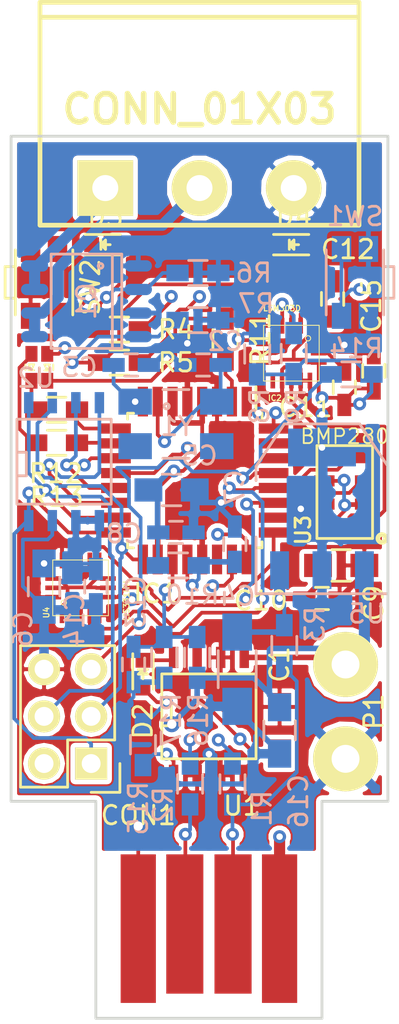
<source format=kicad_pcb>
(kicad_pcb (version 4) (host pcbnew 4.0.6)
  (layers (0 F.Cu signal) (1 3v3.Cu power hide) (2 gnd.Cu power hide) (31 B.Cu signal) (34 B.Paste user hide) (35 F.Paste user hide) (36 B.SilkS user hide) (37 F.SilkS user) (38 B.Mask user hide) (39 F.Mask user) (44 Edge.Cuts user))
  (net 0 "")
  (net 1 GNDREF)
  (net 2 "Net-(P2-Pad3)")
  (net 3 "Net-(P2-Pad2)")
  (net 4 "Net-(C2-Pad2)")
  (net 5 "Net-(C3-Pad2)")
  (net 6 VCC)
  (net 7 "Net-(IC1-Pad1)")
  (net 8 "Net-(IC1-Pad2)")
  (net 9 "Net-(IC1-Pad9)")
  (net 10 "Net-(IC1-Pad10)")
  (net 11 "Net-(IC1-Pad11)")
  (net 12 "Net-(IC1-Pad12)")
  (net 13 "Net-(IC1-Pad23)")
  (net 14 "Net-(IC1-Pad24)")
  (net 15 "Net-(IC1-Pad32)")
  (net 16 /~CS)
  (net 17 /MOSI)
  (net 18 /MISO)
  (net 19 /SCK)
  (net 20 +BATT)
  (net 21 "Net-(P3-Pad1)")
  (net 22 "Net-(P3-Pad2)")
  (net 23 /PYROA)
  (net 24 /PYROB)
  (net 25 /SDA)
  (net 26 /SCL)
  (net 27 "Net-(C7-Pad2)")
  (net 28 "Net-(D1-Pad3)")
  (net 29 "Net-(D1-Pad2)")
  (net 30 "Net-(D1-Pad1)")
  (net 31 /PC2)
  (net 32 /PC3)
  (net 33 "Net-(D2-Pad2)")
  (net 34 "Net-(D2-Pad1)")
  (net 35 /~DF_RST)
  (net 36 /~RESET)
  (net 37 "Net-(C11-Pad1)")
  (net 38 "Net-(C12-Pad1)")
  (net 39 "Net-(C12-Pad2)")
  (net 40 "Net-(C1-Pad1)")
  (net 41 "Net-(C13-Pad1)")
  (module Wire_Pads:SolderWirePad_2x_1-5mmDrill (layer F.Cu) (at 134.366 96.266 270)
    (fp_text reference P1 (at 0 -1.524 270) (layer F.SilkS))
    (fp_text value Battery)
    (pad 1 thru_hole circle (at -2.54 0 270) (size 3.50012 3.50012) (drill 1.50114) (layers *.Cu *.Mask F.SilkS) (net 20 +BATT))
    (pad 2 thru_hole circle (at 2.54 0 270) (size 3.50012 3.50012) (drill 1.50114) (layers *.Cu *.Mask F.SilkS) (net 1 GNDREF))
  )
  (module Connect:usb-PCB (layer F.Cu) (at 127 112.85)
    (fp_text reference P2 hide)
    (fp_text value USB_A hide)
    (pad 1 connect rect (at 3.81 -4.9) (size 1.9 8) (layers F.Cu F.Mask) (net 40 "Net-(C1-Pad1)"))
    (pad 4 connect rect (at -3.81 -4.9) (size 1.9 8) (layers F.Cu F.Mask) (net 1 GNDREF))
    (pad 3 connect rect (at -1.3 -5.15) (size 2 7.5) (layers F.Cu F.Mask) (net 2 "Net-(P2-Pad3)"))
    (pad 2 connect rect (at 1.3 -5.15) (size 2 7.5) (layers F.Cu F.Mask) (net 3 "Net-(P2-Pad2)"))
  )
  (module SMD_Packages:SOIC-8-N (layer F.Cu) (at 127 96.52)
    (fp_text reference U1 (at 1.778 4.826) (layer F.SilkS))
    (fp_text value MAX1811)
    (pad 8 smd rect (at -1.905 -3.175) (size 0.508 1.143) (layers F.Cu F.Paste F.Mask) (net 34 "Net-(D2-Pad1)"))
    (pad 7 smd rect (at -0.635 -3.175) (size 0.508 1.143) (layers F.Cu F.Paste F.Mask) (net 40 "Net-(C1-Pad1)"))
    (pad 6 smd rect (at 0.635 -3.175) (size 0.508 1.143) (layers F.Cu F.Paste F.Mask) (net 1 GNDREF))
    (pad 5 smd rect (at 1.905 -3.175) (size 0.508 1.143) (layers F.Cu F.Paste F.Mask) (net 20 +BATT))
    (pad 4 smd rect (at 1.905 3.175) (size 0.508 1.143) (layers F.Cu F.Paste F.Mask) (net 40 "Net-(C1-Pad1)"))
    (pad 3 smd rect (at 0.635 3.175) (size 0.508 1.143) (layers F.Cu F.Paste F.Mask) (net 1 GNDREF))
    (pad 2 smd rect (at -0.635 3.175) (size 0.508 1.143) (layers F.Cu F.Paste F.Mask) (net 1 GNDREF))
    (pad 1 smd rect (at -1.905 3.175) (size 0.508 1.143) (layers F.Cu F.Paste F.Mask) (net 40 "Net-(C1-Pad1)"))
  )
  (module SMD_Packages:SOIC-8-N (layer B.Cu) (at 119.1895 82.804)
    (fp_text reference U2 (at -1.524 -4.5085) (layer B.SilkS) (effects (justify mirror)))
    (fp_text value Dataflash)
    (pad 8 smd rect (at -1.905 3.175) (size 0.508 1.143) (layers B.Cu B.Paste B.Mask) (net 18 /MISO))
    (pad 7 smd rect (at -0.635 3.175) (size 0.508 1.143) (layers B.Cu B.Paste B.Mask) (net 1 GNDREF))
    (pad 6 smd rect (at 0.635 3.175) (size 0.508 1.143) (layers B.Cu B.Paste B.Mask) (net 6 VCC))
    (pad 5 smd rect (at 1.905 3.175) (size 0.508 1.143) (layers B.Cu B.Paste B.Mask) (net 6 VCC))
    (pad 4 smd rect (at 1.905 -3.175) (size 0.508 1.143) (layers B.Cu B.Paste B.Mask) (net 16 /~CS))
    (pad 3 smd rect (at 0.635 -3.175) (size 0.508 1.143) (layers B.Cu B.Paste B.Mask) (net 35 /~DF_RST))
    (pad 2 smd rect (at -0.635 -3.175) (size 0.508 1.143) (layers B.Cu B.Paste B.Mask) (net 19 /SCK))
    (pad 1 smd rect (at -1.905 -3.175) (size 0.508 1.143) (layers B.Cu B.Paste B.Mask) (net 17 /MOSI))
  )
  (module Capacitors_SMD:C_0603_HandSoldering (layer B.Cu) (at 126.68 77.597)
    (fp_text reference C2 (at 1.209 -1.27) (layer B.SilkS) (effects (justify mirror)))
    (fp_text value 22p)
    (pad 1 smd rect (at -0.95 0) (size 1.2 0.75) (layers B.Cu B.Paste B.Mask) (net 1 GNDREF))
    (pad 2 smd rect (at 0.95 0) (size 1.2 0.75) (layers B.Cu B.Paste B.Mask) (net 4 "Net-(C2-Pad2)"))
  )
  (module Capacitors_SMD:C_0603_HandSoldering (layer B.Cu) (at 122.809 77.597 180)
    (fp_text reference C3 (at 2.794 -0.127 180) (layer B.SilkS) (effects (justify mirror)))
    (fp_text value 22p)
    (pad 1 smd rect (at -0.95 0 180) (size 1.2 0.75) (layers B.Cu B.Paste B.Mask) (net 1 GNDREF))
    (pad 2 smd rect (at 0.95 0 180) (size 1.2 0.75) (layers B.Cu B.Paste B.Mask) (net 5 "Net-(C3-Pad2)"))
  )
  (module Capacitors_SMD:C_1206_HandSoldering (layer B.Cu) (at 128.524 93.98 270)
    (fp_text reference C4 (at -3.937 0 540) (layer B.SilkS) (effects (justify mirror)))
    (fp_text value 3.3u)
    (pad 1 smd rect (at -2 0 270) (size 2 1.6) (layers B.Cu B.Paste B.Mask) (net 6 VCC))
    (pad 2 smd rect (at 2 0 270) (size 2 1.6) (layers B.Cu B.Paste B.Mask) (net 1 GNDREF))
  )
  (module Housings_QFP:TQFP-32_7x7mm_Pitch0.8mm (layer F.Cu) (at 126.238 83.82 270)
    (fp_text reference IC1 (at 6.096 2.0955 360) (layer F.SilkS))
    (fp_text value ATMEGA328P-A)
    (pad 1 smd rect (at -4.25 -2.8 270) (size 1.6 0.55) (layers F.Cu F.Paste F.Mask) (net 7 "Net-(IC1-Pad1)"))
    (pad 2 smd rect (at -4.25 -2 270) (size 1.6 0.55) (layers F.Cu F.Paste F.Mask) (net 8 "Net-(IC1-Pad2)"))
    (pad 3 smd rect (at -4.25 -1.2 270) (size 1.6 0.55) (layers F.Cu F.Paste F.Mask) (net 1 GNDREF))
    (pad 4 smd rect (at -4.25 -0.4 270) (size 1.6 0.55) (layers F.Cu F.Paste F.Mask) (net 6 VCC))
    (pad 5 smd rect (at -4.25 0.4 270) (size 1.6 0.55) (layers F.Cu F.Paste F.Mask) (net 1 GNDREF))
    (pad 6 smd rect (at -4.25 1.2 270) (size 1.6 0.55) (layers F.Cu F.Paste F.Mask) (net 6 VCC))
    (pad 7 smd rect (at -4.25 2 270) (size 1.6 0.55) (layers F.Cu F.Paste F.Mask) (net 4 "Net-(C2-Pad2)"))
    (pad 8 smd rect (at -4.25 2.8 270) (size 1.6 0.55) (layers F.Cu F.Paste F.Mask) (net 5 "Net-(C3-Pad2)"))
    (pad 9 smd rect (at -2.8 4.25) (size 1.6 0.55) (layers F.Cu F.Paste F.Mask) (net 9 "Net-(IC1-Pad9)"))
    (pad 10 smd rect (at -2 4.25) (size 1.6 0.55) (layers F.Cu F.Paste F.Mask) (net 10 "Net-(IC1-Pad10)"))
    (pad 11 smd rect (at -1.2 4.25) (size 1.6 0.55) (layers F.Cu F.Paste F.Mask) (net 11 "Net-(IC1-Pad11)"))
    (pad 12 smd rect (at -0.4 4.25) (size 1.6 0.55) (layers F.Cu F.Paste F.Mask) (net 12 "Net-(IC1-Pad12)"))
    (pad 13 smd rect (at 0.4 4.25) (size 1.6 0.55) (layers F.Cu F.Paste F.Mask) (net 35 /~DF_RST))
    (pad 14 smd rect (at 1.2 4.25) (size 1.6 0.55) (layers F.Cu F.Paste F.Mask) (net 16 /~CS))
    (pad 15 smd rect (at 2 4.25) (size 1.6 0.55) (layers F.Cu F.Paste F.Mask) (net 17 /MOSI))
    (pad 16 smd rect (at 2.8 4.25) (size 1.6 0.55) (layers F.Cu F.Paste F.Mask) (net 18 /MISO))
    (pad 17 smd rect (at 4.25 2.8 270) (size 1.6 0.55) (layers F.Cu F.Paste F.Mask) (net 19 /SCK))
    (pad 18 smd rect (at 4.25 2 270) (size 1.6 0.55) (layers F.Cu F.Paste F.Mask) (net 6 VCC))
    (pad 19 smd rect (at 4.25 1.2 270) (size 1.6 0.55) (layers F.Cu F.Paste F.Mask) (net 41 "Net-(C13-Pad1)"))
    (pad 20 smd rect (at 4.25 0.4 270) (size 1.6 0.55) (layers F.Cu F.Paste F.Mask) (net 27 "Net-(C7-Pad2)"))
    (pad 21 smd rect (at 4.25 -0.4 270) (size 1.6 0.55) (layers F.Cu F.Paste F.Mask) (net 1 GNDREF))
    (pad 22 smd rect (at 4.25 -1.2 270) (size 1.6 0.55) (layers F.Cu F.Paste F.Mask))
    (pad 23 smd rect (at 4.25 -2 270) (size 1.6 0.55) (layers F.Cu F.Paste F.Mask) (net 13 "Net-(IC1-Pad23)"))
    (pad 24 smd rect (at 4.25 -2.8 270) (size 1.6 0.55) (layers F.Cu F.Paste F.Mask) (net 14 "Net-(IC1-Pad24)"))
    (pad 25 smd rect (at 2.8 -4.25) (size 1.6 0.55) (layers F.Cu F.Paste F.Mask) (net 31 /PC2))
    (pad 26 smd rect (at 2 -4.25) (size 1.6 0.55) (layers F.Cu F.Paste F.Mask) (net 32 /PC3))
    (pad 27 smd rect (at 1.2 -4.25) (size 1.6 0.55) (layers F.Cu F.Paste F.Mask) (net 25 /SDA))
    (pad 28 smd rect (at 0.4 -4.25) (size 1.6 0.55) (layers F.Cu F.Paste F.Mask) (net 26 /SCL))
    (pad 29 smd rect (at -0.4 -4.25) (size 1.6 0.55) (layers F.Cu F.Paste F.Mask) (net 36 /~RESET))
    (pad 30 smd rect (at -1.2 -4.25) (size 1.6 0.55) (layers F.Cu F.Paste F.Mask))
    (pad 31 smd rect (at -2 -4.25) (size 1.6 0.55) (layers F.Cu F.Paste F.Mask))
    (pad 32 smd rect (at -2.8 -4.25) (size 1.6 0.55) (layers F.Cu F.Paste F.Mask) (net 15 "Net-(IC1-Pad32)"))
  )
  (module Resistors_SMD:R_0603_HandSoldering (layer B.Cu) (at 128.27 100.16 90)
    (fp_text reference R1 (at -1.313 1.5875 90) (layer B.SilkS) (effects (justify mirror)))
    (fp_text value 68R)
    (pad 1 smd rect (at -1.1 0 90) (size 1.2 0.9) (layers B.Cu B.Paste B.Mask) (net 3 "Net-(P2-Pad2)"))
    (pad 2 smd rect (at 1.1 0 90) (size 1.2 0.9) (layers B.Cu B.Paste B.Mask) (net 15 "Net-(IC1-Pad32)"))
  )
  (module Resistors_SMD:R_0603_HandSoldering (layer B.Cu) (at 125.984 100.16 90)
    (fp_text reference R2 (at -1.1225 -1.4605 90) (layer B.SilkS) (effects (justify mirror)))
    (fp_text value 68R)
    (pad 1 smd rect (at -1.1 0 90) (size 1.2 0.9) (layers B.Cu B.Paste B.Mask) (net 2 "Net-(P2-Pad3)"))
    (pad 2 smd rect (at 1.1 0 90) (size 1.2 0.9) (layers B.Cu B.Paste B.Mask) (net 7 "Net-(IC1-Pad1)"))
  )
  (module Resistors_SMD:R_0603_HandSoldering (layer B.Cu) (at 131.064 92.71 90)
    (fp_text reference R3 (at 1.143 1.651 90) (layer B.SilkS) (effects (justify mirror)))
    (fp_text value 1k5)
    (pad 1 smd rect (at -1.1 0 90) (size 1.2 0.9) (layers B.Cu B.Paste B.Mask) (net 3 "Net-(P2-Pad2)"))
    (pad 2 smd rect (at 1.1 0 90) (size 1.2 0.9) (layers B.Cu B.Paste B.Mask) (net 6 VCC))
  )
  (module TO_SOT_Packages_SMD:SOT-223 (layer B.Cu) (at 133.096 85.344 180)
    (fp_text reference U5 (at -2.413 -5.6515 180) (layer B.SilkS) (effects (justify mirror)))
    (fp_text value LT1129CST-3.3)
    (pad 4 smd rect (at 0 3.302 180) (size 3.6576 2.032) (layers B.Cu B.Paste B.Mask) (net 1 GNDREF))
    (pad 2 smd rect (at 0 -3.302 180) (size 1.016 2.032) (layers B.Cu B.Paste B.Mask) (net 1 GNDREF))
    (pad 3 smd rect (at 2.286 -3.302 180) (size 1.016 2.032) (layers B.Cu B.Paste B.Mask) (net 6 VCC))
    (pad 1 smd rect (at -2.286 -3.302 180) (size 1.016 2.032) (layers B.Cu B.Paste B.Mask) (net 20 +BATT))
  )
  (module w_conn_screw:mstba_2,5%2f3-g-5,08 (layer F.Cu) (at 126.492 68.072)
    (fp_text reference P3 hide)
    (fp_text value CONN_01X03 (at 0 -4.24942) (layer F.SilkS) (effects (font (thickness 0.3048))))
    (pad 1 thru_hole rect (at -5.08 0) (size 2.99974 2.99974) (drill 1.39954) (layers *.Cu *.Mask F.SilkS) (net 21 "Net-(P3-Pad1)"))
    (pad 2 thru_hole circle (at 0 0) (size 2.99974 2.99974) (drill 1.39954) (layers *.Cu *.Mask F.SilkS) (net 22 "Net-(P3-Pad2)"))
    (pad 3 thru_hole circle (at 5.08 0) (size 2.99974 2.99974) (drill 1.39954) (layers *.Cu *.Mask F.SilkS) (net 1 GNDREF))
  )
  (module Power_Integrations:SO-8 (layer B.Cu) (at 120.396 74.168 270)
    (fp_text reference Q1 (at 0 0 270) (layer B.SilkS) (effects (justify mirror)))
    (fp_text value FDS6890A)
    (pad 1 smd oval (at -1.905 -2.794 270) (size 0.6096 1.4732) (layers B.Cu B.Paste B.Mask) (net 1 GNDREF))
    (pad 2 smd oval (at -0.635 -2.794 270) (size 0.6096 1.4732) (layers B.Cu B.Paste B.Mask) (net 23 /PYROA))
    (pad 3 smd oval (at 0.635 -2.794 270) (size 0.6096 1.4732) (layers B.Cu B.Paste B.Mask) (net 1 GNDREF))
    (pad 4 smd oval (at 1.905 -2.794 270) (size 0.6096 1.4732) (layers B.Cu B.Paste B.Mask) (net 24 /PYROB))
    (pad 5 smd oval (at 1.905 2.794 270) (size 0.6096 1.4732) (layers B.Cu B.Paste B.Mask) (net 22 "Net-(P3-Pad2)"))
    (pad 6 smd oval (at 0.635 2.794 270) (size 0.6096 1.4732) (layers B.Cu B.Paste B.Mask) (net 22 "Net-(P3-Pad2)"))
    (pad 7 smd oval (at -0.635 2.794 270) (size 0.6096 1.4732) (layers B.Cu B.Paste B.Mask) (net 21 "Net-(P3-Pad1)"))
    (pad 8 smd oval (at -1.905 2.794 270) (size 0.6096 1.4732) (layers B.Cu B.Paste B.Mask) (net 21 "Net-(P3-Pad1)"))
  )
  (module Resistors_SMD:R_0603_HandSoldering (layer F.Cu) (at 122.174 75.692 180)
    (fp_text reference R4 (at -3.048 0 180) (layer F.SilkS))
    (fp_text value 100R)
    (pad 1 smd rect (at -1.1 0 180) (size 1.2 0.9) (layers F.Cu F.Paste F.Mask) (net 13 "Net-(IC1-Pad23)"))
    (pad 2 smd rect (at 1.1 0 180) (size 1.2 0.9) (layers F.Cu F.Paste F.Mask) (net 23 /PYROA))
  )
  (module Resistors_SMD:R_0603_HandSoldering (layer F.Cu) (at 122.174 77.47 180)
    (fp_text reference R5 (at -3.048 0 180) (layer F.SilkS))
    (fp_text value 100R)
    (pad 1 smd rect (at -1.1 0 180) (size 1.2 0.9) (layers F.Cu F.Paste F.Mask) (net 14 "Net-(IC1-Pad24)"))
    (pad 2 smd rect (at 1.1 0 180) (size 1.2 0.9) (layers F.Cu F.Paste F.Mask) (net 24 /PYROB))
  )
  (module Resistors_SMD:R_0603_HandSoldering (layer B.Cu) (at 126.408 72.644 180)
    (fp_text reference R6 (at -3.005 0 180) (layer B.SilkS) (effects (justify mirror)))
    (fp_text value 10k)
    (pad 1 smd rect (at -1.1 0 180) (size 1.2 0.9) (layers B.Cu B.Paste B.Mask) (net 1 GNDREF))
    (pad 2 smd rect (at 1.1 0 180) (size 1.2 0.9) (layers B.Cu B.Paste B.Mask) (net 23 /PYROA))
  )
  (module Resistors_SMD:R_0603_HandSoldering (layer B.Cu) (at 126.408 75.184 180)
    (fp_text reference R7 (at -3.132 0.889 180) (layer B.SilkS) (effects (justify mirror)))
    (fp_text value 10k)
    (pad 1 smd rect (at -1.1 0 180) (size 1.2 0.9) (layers B.Cu B.Paste B.Mask) (net 1 GNDREF))
    (pad 2 smd rect (at 1.1 0 180) (size 1.2 0.9) (layers B.Cu B.Paste B.Mask) (net 24 /PYROB))
  )
  (module Resistors_SMD:R_0603_HandSoldering (layer B.Cu) (at 129.6035 77.005 270)
    (fp_text reference R8 (at 2.8145 -0.127 270) (layer B.SilkS) (effects (justify mirror)))
    (fp_text value 2k2)
    (pad 1 smd rect (at -1.1 0 270) (size 1.2 0.9) (layers B.Cu B.Paste B.Mask) (net 25 /SDA))
    (pad 2 smd rect (at 1.1 0 270) (size 1.2 0.9) (layers B.Cu B.Paste B.Mask) (net 6 VCC))
  )
  (module Resistors_SMD:R_0603_HandSoldering (layer B.Cu) (at 131.572 76.9825 270)
    (fp_text reference R9 (at 2.837 -0.127 450) (layer B.SilkS) (effects (justify mirror)))
    (fp_text value 2k2)
    (pad 1 smd rect (at -1.1 0 270) (size 1.2 0.9) (layers B.Cu B.Paste B.Mask) (net 26 /SCL))
    (pad 2 smd rect (at 1.1 0 270) (size 1.2 0.9) (layers B.Cu B.Paste B.Mask) (net 6 VCC))
  )
  (module w_smd_qfn:LGA8 (layer F.Cu) (at 134.323 84.44 180)
    (fp_text reference U3 (at 2.243 -2.047 270) (layer F.SilkS) (effects (font (size 0.8 0.8))))
    (fp_text value BMP280 (at 0 3 180) (layer F.SilkS) (effects (font (size 0.8 0.8) (thickness 0.1))))
    (pad 1 smd rect (at -1.1 -1.9 180) (size 1.1 0.6) (layers F.Cu F.Paste F.Mask) (net 1 GNDREF))
    (pad 2 smd rect (at -1.1 -0.65 180) (size 1.1 0.6) (layers F.Cu F.Paste F.Mask) (net 6 VCC))
    (pad 3 smd rect (at -1.1 0.6 180) (size 1.1 0.6) (layers F.Cu F.Paste F.Mask) (net 25 /SDA))
    (pad 4 smd rect (at -1.1 1.85 180) (size 1.1 0.6) (layers F.Cu F.Paste F.Mask) (net 26 /SCL))
    (pad 5 smd rect (at 1.1 1.85 180) (size 1.1 0.6) (layers F.Cu F.Paste F.Mask) (net 1 GNDREF))
    (pad 6 smd rect (at 1.1 0.6 180) (size 1.1 0.6) (layers F.Cu F.Paste F.Mask) (net 6 VCC))
    (pad 7 smd rect (at 1.1 -0.65 180) (size 1.1 0.6) (layers F.Cu F.Paste F.Mask) (net 1 GNDREF))
    (pad 8 smd rect (at 1.1 -1.9 180) (size 1.1 0.6) (layers F.Cu F.Paste F.Mask) (net 6 VCC))
  )
  (module Buttons_Switches_SMD:SW_SPST_EVQP7A (layer B.Cu) (at 134.874 73.152 270)
    (fp_text reference SW1 (at -3.556 0 360) (layer B.SilkS) (effects (justify mirror)))
    (fp_text value SW_PUSH)
    (pad 1 smd rect (at 1.8 0.725 270) (size 1.4 1.05) (layers B.Cu B.Paste B.Mask) (net 12 "Net-(IC1-Pad12)"))
    (pad 1 smd rect (at -1.8 0.725 270) (size 1.4 1.05) (layers B.Cu B.Paste B.Mask) (net 12 "Net-(IC1-Pad12)"))
    (pad 2 smd rect (at 1.8 -0.725 270) (size 1.4 1.05) (layers B.Cu B.Paste B.Mask) (net 1 GNDREF))
    (pad 2 smd rect (at -1.8 -0.725 270) (size 1.4 1.05) (layers B.Cu B.Paste B.Mask) (net 1 GNDREF))
  )
  (module Buttons_Switches_SMD:SW_SPST_EVQP7A (layer F.Cu) (at 118.11 73.152 270)
    (fp_text reference SW2 (at 0.254 -2.5 270) (layer F.SilkS))
    (fp_text value SW_PUSH)
    (pad 1 smd rect (at 1.8 -0.725 270) (size 1.4 1.05) (layers F.Cu F.Paste F.Mask) (net 11 "Net-(IC1-Pad11)"))
    (pad 1 smd rect (at -1.8 -0.725 270) (size 1.4 1.05) (layers F.Cu F.Paste F.Mask) (net 11 "Net-(IC1-Pad11)"))
    (pad 2 smd rect (at 1.8 0.725 270) (size 1.4 1.05) (layers F.Cu F.Paste F.Mask) (net 1 GNDREF))
    (pad 2 smd rect (at -1.8 0.725 270) (size 1.4 1.05) (layers F.Cu F.Paste F.Mask) (net 1 GNDREF))
  )
  (module w_smd_qfn:LGA-16-3x3 (layer F.Cu) (at 120.0785 89.5985 90)
    (fp_text reference U4 (at -1.3335 -1.8415 90) (layer F.SilkS) (effects (font (size 0.29972 0.29972) (thickness 0.06604))))
    (fp_text value LIS331HH (at -0.6985 2.4765 90) (layer F.SilkS) (effects (font (size 0.29972 0.29972) (thickness 0.06604))))
    (pad 1 smd rect (at -1.475 -1 90) (size 0.85 0.25) (layers F.Cu F.Paste F.Mask) (net 6 VCC))
    (pad 2 smd rect (at -1.475 -0.5 90) (size 0.85 0.25) (layers F.Cu F.Paste F.Mask))
    (pad 3 smd rect (at -1.475 0 90) (size 0.85 0.25) (layers F.Cu F.Paste F.Mask))
    (pad 4 smd rect (at -1.475 0.5 90) (size 0.85 0.25) (layers F.Cu F.Paste F.Mask) (net 26 /SCL))
    (pad 5 smd rect (at -1.475 1 90) (size 0.85 0.25) (layers F.Cu F.Paste F.Mask) (net 1 GNDREF))
    (pad 6 smd rect (at -0.5 1.475 90) (size 0.25 0.85) (layers F.Cu F.Paste F.Mask) (net 25 /SDA))
    (pad 7 smd rect (at 0 1.475 90) (size 0.25 0.85) (layers F.Cu F.Paste F.Mask) (net 6 VCC))
    (pad 8 smd rect (at 0.5 1.475 90) (size 0.25 0.85) (layers F.Cu F.Paste F.Mask) (net 6 VCC))
    (pad 9 smd rect (at 1.475 1 90) (size 0.85 0.25) (layers F.Cu F.Paste F.Mask))
    (pad 10 smd rect (at 1.475 0.5 90) (size 0.85 0.25) (layers F.Cu F.Paste F.Mask) (net 1 GNDREF))
    (pad 11 smd rect (at 1.475 0 90) (size 0.85 0.25) (layers F.Cu F.Paste F.Mask) (net 31 /PC2))
    (pad 12 smd rect (at 1.475 -0.5 90) (size 0.85 0.25) (layers F.Cu F.Paste F.Mask) (net 1 GNDREF))
    (pad 13 smd rect (at 1.475 -1 90) (size 0.85 0.25) (layers F.Cu F.Paste F.Mask) (net 1 GNDREF))
    (pad 14 smd rect (at 0.5 -1.475 90) (size 0.25 0.85) (layers F.Cu F.Paste F.Mask) (net 6 VCC))
    (pad 15 smd rect (at 0 -1.475 90) (size 0.25 0.85) (layers F.Cu F.Paste F.Mask) (net 6 VCC))
    (pad 16 smd rect (at -0.5 -1.475 90) (size 0.25 0.85) (layers F.Cu F.Paste F.Mask) (net 1 GNDREF))
  )
  (module Capacitors_SMD:C_0603_HandSoldering (layer B.Cu) (at 128.397 87.249 270)
    (fp_text reference C7 (at -3.048 0 270) (layer B.SilkS) (effects (justify mirror)))
    (fp_text value 10n)
    (pad 1 smd rect (at -0.95 0 270) (size 1.2 0.75) (layers B.Cu B.Paste B.Mask) (net 1 GNDREF))
    (pad 2 smd rect (at 0.95 0 270) (size 1.2 0.75) (layers B.Cu B.Paste B.Mask) (net 27 "Net-(C7-Pad2)"))
  )
  (module Resistors_SMD:R_0603_HandSoldering (layer B.Cu) (at 125.349 88.392)
    (fp_text reference R10 (at 0.762 1.5875) (layer B.SilkS) (effects (justify mirror)))
    (fp_text value 2k2)
    (pad 1 smd rect (at -1.1 0) (size 1.2 0.9) (layers B.Cu B.Paste B.Mask) (net 6 VCC))
    (pad 2 smd rect (at 1.1 0) (size 1.2 0.9) (layers B.Cu B.Paste B.Mask) (net 27 "Net-(C7-Pad2)"))
  )
  (module Crystals:Crystal_SMD_0603_4Pads (layer B.Cu) (at 125.222 80.772)
    (fp_text reference Y1 (at 0.0635 0.127) (layer B.SilkS) (effects (justify mirror)))
    (fp_text value 16MHz)
    (pad 1 smd rect (at -2.19964 -1.19888) (size 1.80086 1.39954) (layers B.Cu B.Paste B.Mask) (net 5 "Net-(C3-Pad2)"))
    (pad 2 smd rect (at 2.19964 -1.19888) (size 1.80086 1.39954) (layers B.Cu B.Paste B.Mask) (net 4 "Net-(C2-Pad2)"))
    (pad 3 smd rect (at 2.19964 1.19888) (size 1.80086 1.39954) (layers B.Cu B.Paste B.Mask))
    (pad 4 smd rect (at -2.19964 1.19888) (size 1.80086 1.39954) (layers B.Cu B.Paste B.Mask))
  )
  (module LEDs:LED_RGB_DUAL_0606 (layer F.Cu) (at 117.856 77.724 180)
    (fp_text reference D1)
    (fp_text value Led_RGBA)
    (pad 4 smd rect (at -0.425 0.725 180) (size 0.65 0.85) (layers F.Cu F.Paste F.Mask) (net 6 VCC))
    (pad 3 smd rect (at 0.425 0.725 180) (size 0.65 0.85) (layers F.Cu F.Paste F.Mask) (net 28 "Net-(D1-Pad3)"))
    (pad 2 smd rect (at 0.425 -0.725 180) (size 0.65 0.85) (layers F.Cu F.Paste F.Mask) (net 29 "Net-(D1-Pad2)"))
    (pad 1 smd rect (at -0.425 -0.725 180) (size 0.65 0.85) (layers F.Cu F.Paste F.Mask) (net 30 "Net-(D1-Pad1)"))
  )
  (module Resistors_SMD:R_0603_HandSoldering (layer F.Cu) (at 127.889 76.2 270)
    (fp_text reference R11 (at 0 -1.9 270) (layer F.SilkS))
    (fp_text value 68R)
    (pad 1 smd rect (at -1.1 0 270) (size 1.2 0.9) (layers F.Cu F.Paste F.Mask) (net 30 "Net-(D1-Pad1)"))
    (pad 2 smd rect (at 1.1 0 270) (size 1.2 0.9) (layers F.Cu F.Paste F.Mask) (net 8 "Net-(IC1-Pad2)"))
  )
  (module Resistors_SMD:R_0603_HandSoldering (layer F.Cu) (at 118.788 80.01)
    (fp_text reference R12 (at -0.043 3.429 180) (layer F.SilkS))
    (fp_text value 10R)
    (pad 1 smd rect (at -1.1 0) (size 1.2 0.9) (layers F.Cu F.Paste F.Mask) (net 29 "Net-(D1-Pad2)"))
    (pad 2 smd rect (at 1.1 0) (size 1.2 0.9) (layers F.Cu F.Paste F.Mask) (net 9 "Net-(IC1-Pad9)"))
  )
  (module Resistors_SMD:R_0603_HandSoldering (layer F.Cu) (at 118.788 81.788)
    (fp_text reference R13 (at 0 2.921) (layer F.SilkS))
    (fp_text value 10R)
    (pad 1 smd rect (at -1.1 0) (size 1.2 0.9) (layers F.Cu F.Paste F.Mask) (net 28 "Net-(D1-Pad3)"))
    (pad 2 smd rect (at 1.1 0) (size 1.2 0.9) (layers F.Cu F.Paste F.Mask) (net 10 "Net-(IC1-Pad10)"))
  )
  (module Resistors_SMD:R_0603_HandSoldering (layer B.Cu) (at 134.663 78.105)
    (fp_text reference R14 (at 0.2745 -1.397) (layer B.SilkS) (effects (justify mirror)))
    (fp_text value 10k)
    (pad 1 smd rect (at -1.1 0) (size 1.2 0.9) (layers B.Cu B.Paste B.Mask) (net 36 /~RESET))
    (pad 2 smd rect (at 1.1 0) (size 1.2 0.9) (layers B.Cu B.Paste B.Mask) (net 6 VCC))
  )
  (module Resistors_SMD:R_0603_HandSoldering (layer B.Cu) (at 123.444 98.044 270)
    (fp_text reference R15 (at 3.429 0.254 270) (layer B.SilkS) (effects (justify mirror)))
    (fp_text value 470R)
    (pad 1 smd rect (at -1.1 0 270) (size 1.2 0.9) (layers B.Cu B.Paste B.Mask) (net 33 "Net-(D2-Pad2)"))
    (pad 2 smd rect (at 1.1 0 270) (size 1.2 0.9) (layers B.Cu B.Paste B.Mask) (net 40 "Net-(C1-Pad1)"))
  )
  (module LEDs:LED-0603 (layer F.Cu) (at 123.444 94.2467 270)
    (fp_text reference D2 (at 2.5273 0 270) (layer F.SilkS))
    (fp_text value Led_Small)
    (pad 2 smd rect (at 0.7493 0 90) (size 0.79756 0.79756) (layers F.Cu F.Paste F.Mask) (net 33 "Net-(D2-Pad2)"))
    (pad 1 smd rect (at -0.7493 0 90) (size 0.79756 0.79756) (layers F.Cu F.Paste F.Mask) (net 34 "Net-(D2-Pad1)"))
  )
  (module Pin_Headers:Pin_Header_Straight_2x03 (layer F.Cu) (at 120.65 99.06 180)
    (fp_text reference CON1 (at -2.54 -2.794 180) (layer F.SilkS))
    (fp_text value AVR-ISP-6)
    (pad 1 thru_hole rect (at 0 0 180) (size 1.7272 1.7272) (drill 1.016) (layers *.Cu *.Mask F.SilkS) (net 18 /MISO))
    (pad 2 thru_hole oval (at 2.54 0 180) (size 1.7272 1.7272) (drill 1.016) (layers *.Cu *.Mask F.SilkS) (net 6 VCC))
    (pad 3 thru_hole oval (at 0 2.54 180) (size 1.7272 1.7272) (drill 1.016) (layers *.Cu *.Mask F.SilkS) (net 19 /SCK))
    (pad 4 thru_hole oval (at 2.54 2.54 180) (size 1.7272 1.7272) (drill 1.016) (layers *.Cu *.Mask F.SilkS) (net 17 /MOSI))
    (pad 5 thru_hole oval (at 0 5.08 180) (size 1.7272 1.7272) (drill 1.016) (layers *.Cu *.Mask F.SilkS) (net 36 /~RESET))
    (pad 6 thru_hole oval (at 2.54 5.08 180) (size 1.7272 1.7272) (drill 1.016) (layers *.Cu *.Mask F.SilkS) (net 1 GNDREF))
  )
  (module Capacitors_SMD:C_0805_HandSoldering (layer B.Cu) (at 124.988 84.328)
    (fp_text reference C5 (at 1.504 -1.8415) (layer B.SilkS) (effects (justify mirror)))
    (fp_text value 10u)
    (pad 1 smd rect (at -1.25 0) (size 1.5 1.25) (layers B.Cu B.Paste B.Mask) (net 6 VCC))
    (pad 2 smd rect (at 1.25 0) (size 1.5 1.25) (layers B.Cu B.Paste B.Mask) (net 1 GNDREF))
  )
  (module Capacitors_SMD:C_0805_HandSoldering (layer B.Cu) (at 118.11 89.535 270)
    (fp_text reference C6 (at 2.286 1.143 270) (layer B.SilkS) (effects (justify mirror)))
    (fp_text value 10u)
    (pad 1 smd rect (at -1.25 0 270) (size 1.5 1.25) (layers B.Cu B.Paste B.Mask) (net 6 VCC))
    (pad 2 smd rect (at 1.25 0 270) (size 1.5 1.25) (layers B.Cu B.Paste B.Mask) (net 1 GNDREF))
  )
  (module Capacitors_SMD:C_0603_HandSoldering (layer B.Cu) (at 125.222 86.614)
    (fp_text reference C8 (at -2.794 0.0635) (layer B.SilkS) (effects (justify mirror)))
    (fp_text value 100n)
    (pad 1 smd rect (at -0.95 0) (size 1.2 0.75) (layers B.Cu B.Paste B.Mask) (net 6 VCC))
    (pad 2 smd rect (at 0.95 0) (size 1.2 0.75) (layers B.Cu B.Paste B.Mask) (net 1 GNDREF))
  )
  (module Capacitors_SMD:C_0805_HandSoldering (layer F.Cu) (at 134.132 88.392)
    (fp_text reference C9 (at 1.758 2.032 90) (layer F.SilkS))
    (fp_text value 10u)
    (pad 1 smd rect (at -1.25 0) (size 1.5 1.25) (layers F.Cu F.Paste F.Mask) (net 6 VCC))
    (pad 2 smd rect (at 1.25 0) (size 1.5 1.25) (layers F.Cu F.Paste F.Mask) (net 1 GNDREF))
  )
  (module Capacitors_SMD:C_0603_HandSoldering (layer F.Cu) (at 133.096 90.17)
    (fp_text reference C10 (at -3.302 0.127) (layer F.SilkS))
    (fp_text value 100n)
    (pad 1 smd rect (at -0.95 0) (size 1.2 0.75) (layers F.Cu F.Paste F.Mask) (net 6 VCC))
    (pad 2 smd rect (at 0.95 0) (size 1.2 0.75) (layers F.Cu F.Paste F.Mask) (net 1 GNDREF))
  )
  (module Capacitors_SMD:C_0603_HandSoldering (layer F.Cu) (at 134.3025 78.7985 270)
    (fp_text reference C11 (at 1.0845 2.0955 360) (layer F.SilkS))
    (fp_text value 4.7u)
    (pad 1 smd rect (at -0.95 0 270) (size 1.2 0.75) (layers F.Cu F.Paste F.Mask) (net 37 "Net-(C11-Pad1)"))
    (pad 2 smd rect (at 0.95 0 270) (size 1.2 0.75) (layers F.Cu F.Paste F.Mask) (net 6 VCC))
  )
  (module Capacitors_SMD:C_0603_HandSoldering (layer F.Cu) (at 133.6675 74.041 270)
    (fp_text reference C12 (at -2.667 -0.8255 360) (layer F.SilkS))
    (fp_text value 0.22u)
    (pad 1 smd rect (at -0.95 0 270) (size 1.2 0.75) (layers F.Cu F.Paste F.Mask) (net 38 "Net-(C12-Pad1)"))
    (pad 2 smd rect (at 0.95 0 270) (size 1.2 0.75) (layers F.Cu F.Paste F.Mask) (net 39 "Net-(C12-Pad2)"))
  )
  (module Capacitors_SMD:C_0603_HandSoldering (layer B.Cu) (at 120.904 89.5325 270)
    (fp_text reference C14 (at 1.7805 1.143 270) (layer B.SilkS) (effects (justify mirror)))
    (fp_text value 100n)
    (pad 1 smd rect (at -0.95 0 270) (size 1.2 0.75) (layers B.Cu B.Paste B.Mask) (net 6 VCC))
    (pad 2 smd rect (at 0.95 0 270) (size 1.2 0.75) (layers B.Cu B.Paste B.Mask) (net 1 GNDREF))
  )
  (module Capacitors_SMD:C_0603_HandSoldering (layer F.Cu) (at 135.89 77.9145 90)
    (fp_text reference C15 (at 3.4925 -0.127 90) (layer F.SilkS))
    (fp_text value 100n)
    (pad 1 smd rect (at -0.95 0 90) (size 1.2 0.75) (layers F.Cu F.Paste F.Mask) (net 6 VCC))
    (pad 2 smd rect (at 0.95 0 90) (size 1.2 0.75) (layers F.Cu F.Paste F.Mask) (net 1 GNDREF))
  )
  (module w_smd_qfn:LGA-16-3x3 (layer F.Cu) (at 131.445 76.962 270)
    (fp_text reference IC2 (at 2.413 0.889 360) (layer F.SilkS) (effects (font (size 0.29972 0.29972) (thickness 0.06604))))
    (fp_text value LSM303D (at -2.413 0.508 360) (layer F.SilkS) (effects (font (size 0.29972 0.29972) (thickness 0.06604))))
    (pad 1 smd rect (at -1.475 -1 270) (size 0.85 0.25) (layers F.Cu F.Paste F.Mask) (net 6 VCC))
    (pad 2 smd rect (at -1.475 -0.5 270) (size 0.85 0.25) (layers F.Cu F.Paste F.Mask) (net 39 "Net-(C12-Pad2)"))
    (pad 3 smd rect (at -1.475 0 270) (size 0.85 0.25) (layers F.Cu F.Paste F.Mask) (net 38 "Net-(C12-Pad1)"))
    (pad 4 smd rect (at -1.475 0.5 270) (size 0.85 0.25) (layers F.Cu F.Paste F.Mask) (net 26 /SCL))
    (pad 5 smd rect (at -1.475 1 270) (size 0.85 0.25) (layers F.Cu F.Paste F.Mask) (net 1 GNDREF))
    (pad 6 smd rect (at -0.5 1.475 270) (size 0.25 0.85) (layers F.Cu F.Paste F.Mask) (net 25 /SDA))
    (pad 7 smd rect (at 0 1.475 270) (size 0.25 0.85) (layers F.Cu F.Paste F.Mask) (net 1 GNDREF))
    (pad 8 smd rect (at 0.5 1.475 270) (size 0.25 0.85) (layers F.Cu F.Paste F.Mask) (net 6 VCC))
    (pad 9 smd rect (at 1.475 1 270) (size 0.85 0.25) (layers F.Cu F.Paste F.Mask))
    (pad 10 smd rect (at 1.475 0.5 270) (size 0.85 0.25) (layers F.Cu F.Paste F.Mask) (net 1 GNDREF))
    (pad 11 smd rect (at 1.475 0 270) (size 0.85 0.25) (layers F.Cu F.Paste F.Mask) (net 32 /PC3))
    (pad 12 smd rect (at 1.475 -0.5 270) (size 0.85 0.25) (layers F.Cu F.Paste F.Mask) (net 1 GNDREF))
    (pad 13 smd rect (at 1.475 -1 270) (size 0.85 0.25) (layers F.Cu F.Paste F.Mask) (net 1 GNDREF))
    (pad 14 smd rect (at 0.5 -1.475 270) (size 0.25 0.85) (layers F.Cu F.Paste F.Mask) (net 6 VCC))
    (pad 15 smd rect (at 0 -1.475 270) (size 0.25 0.85) (layers F.Cu F.Paste F.Mask) (net 37 "Net-(C11-Pad1)"))
    (pad 16 smd rect (at -0.5 -1.475 270) (size 0.25 0.85) (layers F.Cu F.Paste F.Mask) (net 1 GNDREF))
  )
  (module Capacitors_SMD:C_0805_HandSoldering (layer F.Cu) (at 130.81 97.262 90)
    (fp_text reference C1 (at 3.536 0 90) (layer F.SilkS))
    (fp_text value 10u)
    (pad 1 smd rect (at -1.25 0 90) (size 1.5 1.25) (layers F.Cu F.Paste F.Mask) (net 40 "Net-(C1-Pad1)"))
    (pad 2 smd rect (at 1.25 0 90) (size 1.5 1.25) (layers F.Cu F.Paste F.Mask) (net 1 GNDREF))
  )
  (module Capacitors_SMD:C_0805_HandSoldering (layer B.Cu) (at 130.81 97.282 270)
    (fp_text reference C16 (at 3.81 -1.016 270) (layer B.SilkS) (effects (justify mirror)))
    (fp_text value 10u)
    (pad 1 smd rect (at -1.25 0 270) (size 1.5 1.25) (layers B.Cu B.Paste B.Mask) (net 20 +BATT))
    (pad 2 smd rect (at 1.25 0 270) (size 1.5 1.25) (layers B.Cu B.Paste B.Mask) (net 1 GNDREF))
  )
  (module LEDs:LED-0603 (layer F.Cu) (at 121.4247 71.12)
    (fp_text reference D3 (at 0 -1.5) (layer F.SilkS))
    (fp_text value Led_Small)
    (pad 2 smd rect (at 0.7493 0 180) (size 0.79756 0.79756) (layers F.Cu F.Paste F.Mask) (net 23 /PYROA))
    (pad 1 smd rect (at -0.7493 0 180) (size 0.79756 0.79756) (layers F.Cu F.Paste F.Mask) (net 1 GNDREF))
  )
  (module LEDs:LED-0603 (layer F.Cu) (at 131.5847 71.12)
    (fp_text reference D4 (at 0 -1.5) (layer F.SilkS))
    (fp_text value Led_Small)
    (pad 2 smd rect (at 0.7493 0 180) (size 0.79756 0.79756) (layers F.Cu F.Paste F.Mask) (net 24 /PYROB))
    (pad 1 smd rect (at -0.7493 0 180) (size 0.79756 0.79756) (layers F.Cu F.Paste F.Mask) (net 1 GNDREF))
  )
  (module Capacitors_SMD:C_0603_HandSoldering (layer B.Cu) (at 122.936 93.726 270)
    (fp_text reference C13 (at -3.3655 -0.127 270) (layer B.SilkS) (effects (justify mirror)))
    (fp_text value 100n)
    (pad 1 smd rect (at -0.95 0 270) (size 1.2 0.75) (layers B.Cu B.Paste B.Mask) (net 41 "Net-(C13-Pad1)"))
    (pad 2 smd rect (at 0.95 0 270) (size 1.2 0.75) (layers B.Cu B.Paste B.Mask) (net 1 GNDREF))
  )
  (module Resistors_SMD:R_0603_HandSoldering (layer B.Cu) (at 126.365 93.345 90)
    (fp_text reference R16 (at -3.3655 0.0635 90) (layer B.SilkS) (effects (justify mirror)))
    (fp_text value 300k)
    (pad 1 smd rect (at -1.1 0 90) (size 1.2 0.9) (layers B.Cu B.Paste B.Mask) (net 20 +BATT))
    (pad 2 smd rect (at 1.1 0 90) (size 1.2 0.9) (layers B.Cu B.Paste B.Mask) (net 41 "Net-(C13-Pad1)"))
  )
  (module Resistors_SMD:R_0603_HandSoldering (layer B.Cu) (at 124.587 93.345 270)
    (fp_text reference R17 (at 3.3655 -0.381 270) (layer B.SilkS) (effects (justify mirror)))
    (fp_text value 100k)
    (pad 1 smd rect (at -1.1 0 270) (size 1.2 0.9) (layers B.Cu B.Paste B.Mask) (net 41 "Net-(C13-Pad1)"))
    (pad 2 smd rect (at 1.1 0 270) (size 1.2 0.9) (layers B.Cu B.Paste B.Mask) (net 1 GNDREF))
  )
  (gr_line (start 133.096 101.092) (end 136.652 101.092) (layer Edge.Cuts) (width 0.15))
  (gr_line (start 136.652 65.278) (end 136.652 101.092) (layer Edge.Cuts) (width 0.15))
  (gr_line (start 116.332 65.278) (end 136.652 65.278) (layer Edge.Cuts) (width 0.15))
  (gr_line (start 116.332 101.092) (end 116.332 65.278) (layer Edge.Cuts) (width 0.15))
  (gr_line (start 120.904 101.092) (end 116.332 101.092) (layer Edge.Cuts) (width 0.15))
  (gr_line (start 120.904 112.776) (end 120.904 101.092) (layer Edge.Cuts) (width 0.15))
  (gr_line (start 133.096 112.776) (end 120.904 112.776) (layer Edge.Cuts) (width 0.15))
  (gr_line (start 133.096 101.092) (end 133.096 112.776) (layer Edge.Cuts) (width 0.15))
  (segment (start 133.223 82.59) (end 133.223 82.169) (width 0.3) (layer F.Cu) (net 1))
  (segment (start 133.223 82.169) (end 133.096 82.042) (width 0.3) (layer F.Cu) (net 1))
  (via (at 133.096 82.042) (size 0.7) (drill 0.35) (layers F.Cu B.Cu) (net 1))
  (segment (start 133.096 88.646) (end 133.096 86.487) (width 0.3) (layer B.Cu) (net 1))
  (segment (start 133.096 86.487) (end 131.953 85.344) (width 0.3) (layer B.Cu) (net 1))
  (segment (start 122.936 94.676) (end 122.936 95.476) (width 0.2) (layer B.Cu) (net 1))
  (segment (start 122.936 95.476) (end 122.693999 95.718001) (width 0.2) (layer B.Cu) (net 1))
  (segment (start 122.755001 101.990501) (end 123.19 102.4255) (width 0.2) (layer B.Cu) (net 1))
  (segment (start 122.693999 95.718001) (end 122.693999 101.929499) (width 0.2) (layer B.Cu) (net 1))
  (segment (start 122.693999 101.929499) (end 122.755001 101.990501) (width 0.2) (layer B.Cu) (net 1))
  (segment (start 118.5545 85.979) (end 118.5545 86.7505) (width 0.2) (layer B.Cu) (net 1))
  (segment (start 118.5545 86.7505) (end 118.31 86.995) (width 0.2) (layer B.Cu) (net 1))
  (segment (start 118.31 86.995) (end 116.967 86.995) (width 0.2) (layer B.Cu) (net 1))
  (segment (start 116.967 86.995) (end 116.967 89.517) (width 0.2) (layer B.Cu) (net 1))
  (segment (start 116.967 89.517) (end 118.11 90.66) (width 0.2) (layer B.Cu) (net 1))
  (segment (start 118.11 90.66) (end 118.11 90.785) (width 0.2) (layer B.Cu) (net 1))
  (segment (start 119.5785 88.1235) (end 119.5785 88.7485) (width 0.2) (layer F.Cu) (net 1))
  (segment (start 119.5785 88.7485) (end 119.678501 88.848501) (width 0.2) (layer F.Cu) (net 1))
  (segment (start 119.678501 88.848501) (end 120.478499 88.848501) (width 0.2) (layer F.Cu) (net 1))
  (segment (start 120.478499 88.848501) (end 120.5785 88.7485) (width 0.2) (layer F.Cu) (net 1))
  (segment (start 120.5785 88.7485) (end 120.5785 88.1235) (width 0.2) (layer F.Cu) (net 1))
  (segment (start 121.0785 91.0735) (end 122.017169 91.0735) (width 0.2) (layer F.Cu) (net 1))
  (segment (start 122.017169 91.0735) (end 122.863621 90.227048) (width 0.2) (layer F.Cu) (net 1))
  (via (at 122.863621 90.227048) (size 0.7) (drill 0.35) (layers F.Cu B.Cu) (net 1))
  (segment (start 122.936 94.676) (end 124.356 94.676) (width 0.3) (layer B.Cu) (net 1))
  (segment (start 124.356 94.676) (end 124.587 94.445) (width 0.3) (layer B.Cu) (net 1))
  (segment (start 128.524 95.98) (end 128.524 96.18) (width 0.3) (layer B.Cu) (net 1))
  (segment (start 128.524 96.18) (end 130.81 98.466) (width 0.3) (layer B.Cu) (net 1))
  (segment (start 130.81 98.466) (end 130.81 98.532) (width 0.3) (layer B.Cu) (net 1))
  (segment (start 130.81 98.532) (end 130.81 98.407) (width 0.3) (layer B.Cu) (net 1))
  (segment (start 135.382 88.392) (end 135.382 88.834) (width 0.3) (layer F.Cu) (net 1))
  (segment (start 135.382 88.834) (end 134.046 90.17) (width 0.3) (layer F.Cu) (net 1))
  (segment (start 125.835352 76.927392) (end 125.835352 76.432418) (width 0.3) (layer F.Cu) (net 1))
  (segment (start 125.835352 77.575352) (end 125.835352 76.927392) (width 0.3) (layer F.Cu) (net 1))
  (segment (start 125.838 77.578) (end 125.835352 77.575352) (width 0.3) (layer F.Cu) (net 1))
  (segment (start 125.459808 76.807962) (end 125.485353 76.782417) (width 0.3) (layer B.Cu) (net 1))
  (segment (start 124.758941 76.807962) (end 125.459808 76.807962) (width 0.3) (layer B.Cu) (net 1))
  (segment (start 125.485353 76.782417) (end 125.835352 76.432418) (width 0.3) (layer B.Cu) (net 1))
  (via (at 125.835352 76.432418) (size 0.7) (drill 0.35) (layers F.Cu B.Cu) (net 1))
  (segment (start 125.73 77.597) (end 125.505 77.597) (width 0.3) (layer B.Cu) (net 1))
  (segment (start 124.758941 76.850941) (end 124.758941 76.807962) (width 0.3) (layer B.Cu) (net 1))
  (segment (start 123.759 77.597) (end 123.984 77.597) (width 0.3) (layer B.Cu) (net 1))
  (segment (start 124.758941 76.822059) (end 124.758941 76.807962) (width 0.3) (layer B.Cu) (net 1))
  (segment (start 125.505 77.597) (end 124.758941 76.850941) (width 0.3) (layer B.Cu) (net 1))
  (segment (start 123.984 77.597) (end 124.758941 76.822059) (width 0.3) (layer B.Cu) (net 1))
  (segment (start 127.658877 85.335877) (end 127.658877 85.003515) (width 0.3) (layer B.Cu) (net 1))
  (segment (start 125.583 84.328) (end 126.258515 85.003515) (width 0.3) (layer B.Cu) (net 1))
  (segment (start 127.308878 85.353514) (end 127.658877 85.003515) (width 0.3) (layer F.Cu) (net 1))
  (segment (start 128.397 86.299) (end 128.397 86.074) (width 0.3) (layer B.Cu) (net 1))
  (segment (start 126.638 86.024392) (end 127.308878 85.353514) (width 0.3) (layer F.Cu) (net 1))
  (segment (start 126.638 88.07) (end 126.638 86.024392) (width 0.3) (layer F.Cu) (net 1))
  (segment (start 127.163903 85.003515) (end 127.658877 85.003515) (width 0.3) (layer B.Cu) (net 1))
  (segment (start 126.258515 85.003515) (end 127.163903 85.003515) (width 0.3) (layer B.Cu) (net 1))
  (segment (start 128.397 86.074) (end 127.658877 85.335877) (width 0.3) (layer B.Cu) (net 1))
  (via (at 127.658877 85.003515) (size 0.7) (drill 0.35) (layers F.Cu B.Cu) (net 1))
  (segment (start 130.945 78.437) (end 130.945 79.062) (width 0.2) (layer F.Cu) (net 1))
  (segment (start 130.945 79.062) (end 130.844999 79.162001) (width 0.2) (layer F.Cu) (net 1))
  (segment (start 129.962001 79.162001) (end 129.613001 78.813001) (width 0.2) (layer F.Cu) (net 1))
  (segment (start 130.844999 79.162001) (end 129.962001 79.162001) (width 0.2) (layer F.Cu) (net 1))
  (segment (start 129.229653 76.962) (end 129.97 76.962) (width 0.2) (layer F.Cu) (net 1))
  (segment (start 129.613001 78.813001) (end 129.613001 78.195003) (width 0.2) (layer F.Cu) (net 1))
  (segment (start 129.613001 78.195003) (end 129.229653 77.811655) (width 0.2) (layer F.Cu) (net 1))
  (segment (start 129.229653 77.811655) (end 129.229653 76.962) (width 0.2) (layer F.Cu) (net 1))
  (segment (start 127.438 78.47) (end 127.156338 78.47) (width 0.3) (layer F.Cu) (net 1))
  (segment (start 127.156338 78.47) (end 126.264338 77.578) (width 0.3) (layer F.Cu) (net 1))
  (segment (start 126.264338 77.578) (end 125.838 77.578) (width 0.3) (layer F.Cu) (net 1))
  (segment (start 130.445 75.487) (end 130.445 75.962) (width 0.2) (layer F.Cu) (net 1))
  (segment (start 130.445 75.962) (end 130.7465 76.2635) (width 0.2) (layer F.Cu) (net 1))
  (segment (start 130.7465 76.2635) (end 130.7465 76.8105) (width 0.2) (layer F.Cu) (net 1))
  (segment (start 130.7465 76.8105) (end 130.595 76.962) (width 0.2) (layer F.Cu) (net 1))
  (segment (start 130.595 76.962) (end 129.97 76.962) (width 0.2) (layer F.Cu) (net 1))
  (segment (start 132.92 76.462) (end 134.247 76.462) (width 0.2) (layer F.Cu) (net 1))
  (segment (start 134.247 76.462) (end 134.3025 76.5175) (width 0.2) (layer F.Cu) (net 1))
  (segment (start 135.89 76.9645) (end 135.443 76.5175) (width 0.2) (layer F.Cu) (net 1))
  (segment (start 135.443 76.5175) (end 134.3025 76.5175) (width 0.2) (layer F.Cu) (net 1))
  (via (at 134.3025 76.5175) (size 0.7) (drill 0.35) (layers F.Cu B.Cu) (net 1))
  (segment (start 131.945 79.174999) (end 132.399001 79.629) (width 0.2) (layer F.Cu) (net 1))
  (segment (start 132.399001 79.629) (end 132.684002 79.914001) (width 0.2) (layer F.Cu) (net 1))
  (segment (start 132.445 78.437) (end 132.445 79.583001) (width 0.2) (layer F.Cu) (net 1))
  (segment (start 132.445 79.583001) (end 132.399001 79.629) (width 0.2) (layer F.Cu) (net 1))
  (segment (start 130.945 78.437) (end 130.945 77.846998) (width 0.2) (layer F.Cu) (net 1))
  (segment (start 131.945 77.812) (end 131.945 78.437) (width 0.2) (layer F.Cu) (net 1))
  (segment (start 130.945 77.846998) (end 131.079999 77.711999) (width 0.2) (layer F.Cu) (net 1))
  (segment (start 131.079999 77.711999) (end 131.844999 77.711999) (width 0.2) (layer F.Cu) (net 1))
  (segment (start 131.844999 77.711999) (end 131.945 77.812) (width 0.2) (layer F.Cu) (net 1))
  (segment (start 131.945 78.437) (end 131.945 79.174999) (width 0.2) (layer F.Cu) (net 1))
  (segment (start 132.684002 79.914001) (end 132.746001 79.914001) (width 0.2) (layer F.Cu) (net 1))
  (segment (start 133.821 90.297) (end 134.046 90.297) (width 0.3) (layer F.Cu) (net 1))
  (segment (start 127.438 79.57) (end 127.438 78.47) (width 0.3) (layer F.Cu) (net 1))
  (segment (start 125.838 79.57) (end 125.838 77.578) (width 0.3) (layer F.Cu) (net 1))
  (segment (start 133.223 85.09) (end 132.207 85.09) (width 0.2) (layer F.Cu) (net 1))
  (segment (start 132.207 85.09) (end 131.953 85.344) (width 0.2) (layer F.Cu) (net 1))
  (via (at 131.953 85.344) (size 0.7) (drill 0.35) (layers F.Cu B.Cu) (net 1))
  (segment (start 135.423 86.34) (end 135.673 86.34) (width 0.2) (layer F.Cu) (net 1))
  (segment (start 135.382 88.392) (end 135.257 88.392) (width 0.2) (layer F.Cu) (net 1))
  (segment (start 135.423 88.351) (end 135.382 88.392) (width 0.2) (layer F.Cu) (net 1))
  (segment (start 133.096 82.042) (end 133.096 80.264) (width 0.6) (layer B.Cu) (net 1))
  (via (at 133.096 80.264) (size 0.7) (drill 0.35) (layers F.Cu B.Cu) (net 1))
  (segment (start 133.096 82.042) (end 133.096 84.201) (width 0.6) (layer B.Cu) (net 1))
  (segment (start 123.19 107.95) (end 123.19 102.4255) (width 0.2) (layer F.Cu) (net 1))
  (via (at 123.19 102.4255) (size 0.87) (drill 0.5) (layers F.Cu B.Cu) (net 1))
  (segment (start 126.365 99.695) (end 126.365 99.187) (width 0.2) (layer F.Cu) (net 1))
  (segment (start 126.365 99.187) (end 127 98.552) (width 0.2) (layer F.Cu) (net 1))
  (segment (start 127.635 99.695) (end 127.635 99.187) (width 0.2) (layer F.Cu) (net 1))
  (segment (start 127.635 99.187) (end 127 98.552) (width 0.2) (layer F.Cu) (net 1))
  (via (at 127 98.552) (size 0.7) (drill 0.35) (layers F.Cu B.Cu) (net 1))
  (segment (start 125.73 102.87) (end 125.73 107.67) (width 0.2) (layer F.Cu) (net 2))
  (segment (start 125.73 107.67) (end 125.7 107.7) (width 0.2) (layer F.Cu) (net 2))
  (segment (start 125.984 101.26) (end 125.984 102.616) (width 0.2) (layer B.Cu) (net 2))
  (segment (start 125.984 102.616) (end 125.73 102.87) (width 0.2) (layer B.Cu) (net 2))
  (via (at 125.73 102.87) (size 0.7) (drill 0.35) (layers F.Cu B.Cu) (net 2))
  (segment (start 131.064 93.81) (end 131.064 93.96) (width 0.2) (layer B.Cu) (net 3))
  (segment (start 131.064 93.96) (end 131.735001 94.631001) (width 0.2) (layer B.Cu) (net 3))
  (segment (start 131.735001 94.631001) (end 131.735001 99.522001) (width 0.2) (layer B.Cu) (net 3))
  (segment (start 131.735001 99.522001) (end 129.997002 101.26) (width 0.2) (layer B.Cu) (net 3))
  (segment (start 129.997002 101.26) (end 128.92 101.26) (width 0.2) (layer B.Cu) (net 3))
  (segment (start 128.92 101.26) (end 128.27 101.26) (width 0.2) (layer B.Cu) (net 3))
  (segment (start 130.81 93.64) (end 130.81 93.79) (width 0.3) (layer B.Cu) (net 3))
  (segment (start 128.27 102.87) (end 128.27 101.26) (width 0.2) (layer B.Cu) (net 3))
  (segment (start 128.3 107.7) (end 128.3 102.9) (width 0.2) (layer F.Cu) (net 3))
  (segment (start 128.3 102.9) (end 128.27 102.87) (width 0.2) (layer F.Cu) (net 3))
  (via (at 128.27 102.87) (size 0.7) (drill 0.35) (layers F.Cu B.Cu) (net 3))
  (segment (start 124.606919 81.721775) (end 126.755574 79.57312) (width 0.2) (layer B.Cu) (net 4))
  (segment (start 126.755574 79.57312) (end 127.42164 79.57312) (width 0.2) (layer B.Cu) (net 4))
  (segment (start 124.238 79.57) (end 124.238 81.352856) (width 0.2) (layer F.Cu) (net 4))
  (segment (start 124.238 81.352856) (end 124.606919 81.721775) (width 0.2) (layer F.Cu) (net 4))
  (via (at 124.606919 81.721775) (size 0.7) (drill 0.35) (layers F.Cu B.Cu) (net 4))
  (segment (start 127.63 77.597) (end 127.63 79.36476) (width 0.2) (layer B.Cu) (net 4))
  (segment (start 127.63 79.36476) (end 127.42164 79.57312) (width 0.2) (layer B.Cu) (net 4))
  (segment (start 123.02236 79.57312) (end 123.43488 79.57312) (width 0.2) (layer F.Cu) (net 5))
  (segment (start 123.43488 79.57312) (end 123.438 79.57) (width 0.2) (layer F.Cu) (net 5))
  (via (at 123.02236 79.57312) (size 0.7) (drill 0.35) (layers F.Cu B.Cu) (net 5))
  (segment (start 121.859 77.597) (end 121.859 78.61042) (width 0.2) (layer B.Cu) (net 5))
  (segment (start 121.859 78.61042) (end 122.8217 79.57312) (width 0.2) (layer B.Cu) (net 5))
  (segment (start 122.8217 79.57312) (end 123.02236 79.57312) (width 0.2) (layer B.Cu) (net 5))
  (segment (start 129.6035 78.105) (end 131.5495 78.105) (width 0.2) (layer B.Cu) (net 6))
  (segment (start 131.5495 78.105) (end 131.572 78.0825) (width 0.2) (layer B.Cu) (net 6))
  (segment (start 131.572 78.0825) (end 131.572 77.9325) (width 0.2) (layer B.Cu) (net 6))
  (segment (start 131.572 77.9325) (end 132.149501 77.354999) (width 0.2) (layer B.Cu) (net 6))
  (segment (start 134.862999 77.354999) (end 135.613 78.105) (width 0.2) (layer B.Cu) (net 6))
  (segment (start 132.149501 77.354999) (end 134.862999 77.354999) (width 0.2) (layer B.Cu) (net 6))
  (segment (start 135.613 78.105) (end 135.763 78.105) (width 0.2) (layer B.Cu) (net 6))
  (segment (start 135.89 78.8645) (end 135.89 78.9305) (width 0.2) (layer F.Cu) (net 6))
  (segment (start 135.89 78.9305) (end 135.128 79.6925) (width 0.2) (layer F.Cu) (net 6))
  (segment (start 134.3025 79.7485) (end 135.072 79.7485) (width 0.2) (layer F.Cu) (net 6))
  (segment (start 135.072 79.7485) (end 135.128 79.6925) (width 0.2) (layer F.Cu) (net 6))
  (segment (start 135.763 78.105) (end 135.763 79.0575) (width 0.2) (layer B.Cu) (net 6))
  (via (at 135.128 79.6925) (size 0.7) (drill 0.35) (layers F.Cu B.Cu) (net 6))
  (segment (start 135.763 79.0575) (end 135.128 79.6925) (width 0.2) (layer B.Cu) (net 6))
  (segment (start 126.638 82.270329) (end 125.602747 83.305582) (width 0.2) (layer F.Cu) (net 6))
  (segment (start 126.638 79.57) (end 126.638 82.270329) (width 0.2) (layer F.Cu) (net 6))
  (via (at 125.107773 83.305582) (size 0.7) (drill 0.35) (layers F.Cu B.Cu) (net 6))
  (segment (start 123.738 84.328) (end 123.863 84.328) (width 0.3) (layer B.Cu) (net 6))
  (segment (start 124.757774 83.655581) (end 125.107773 83.305582) (width 0.3) (layer F.Cu) (net 6))
  (segment (start 123.863 84.328) (end 124.885418 83.305582) (width 0.3) (layer B.Cu) (net 6))
  (segment (start 124.238 88.07) (end 124.238 84.175355) (width 0.3) (layer F.Cu) (net 6))
  (segment (start 124.238 84.175355) (end 124.757774 83.655581) (width 0.3) (layer F.Cu) (net 6))
  (segment (start 125.602747 83.305582) (end 125.107773 83.305582) (width 0.2) (layer F.Cu) (net 6))
  (segment (start 124.885418 83.305582) (end 125.107773 83.305582) (width 0.3) (layer B.Cu) (net 6))
  (segment (start 118.11 88.285) (end 120.6065 88.285) (width 0.2) (layer B.Cu) (net 6))
  (segment (start 120.6065 88.285) (end 120.904 88.5825) (width 0.2) (layer B.Cu) (net 6))
  (segment (start 121.5535 89.5985) (end 120.9285 89.5985) (width 0.2) (layer F.Cu) (net 6))
  (segment (start 120.905 89.575) (end 120.452 89.575) (width 0.2) (layer F.Cu) (net 6))
  (segment (start 120.9285 89.5985) (end 120.905 89.575) (width 0.2) (layer F.Cu) (net 6))
  (segment (start 119.38 89.575) (end 120.452 89.575) (width 0.2) (layer F.Cu) (net 6))
  (segment (start 120.452 89.575) (end 120.9285 89.0985) (width 0.2) (layer F.Cu) (net 6))
  (segment (start 120.9285 89.0985) (end 121.5535 89.0985) (width 0.2) (layer F.Cu) (net 6))
  (segment (start 118.6035 89.5985) (end 119.2285 89.5985) (width 0.2) (layer F.Cu) (net 6))
  (segment (start 119.2285 89.5985) (end 119.252 89.575) (width 0.2) (layer F.Cu) (net 6))
  (segment (start 119.252 89.575) (end 119.38 89.575) (width 0.2) (layer F.Cu) (net 6))
  (segment (start 119.38 90.297) (end 119.38 89.575) (width 0.2) (layer F.Cu) (net 6))
  (segment (start 119.38 89.575) (end 118.9035 89.0985) (width 0.2) (layer F.Cu) (net 6))
  (segment (start 118.9035 89.0985) (end 118.6035 89.0985) (width 0.2) (layer F.Cu) (net 6))
  (segment (start 119.0785 91.0735) (end 119.0785 90.5985) (width 0.2) (layer F.Cu) (net 6))
  (segment (start 119.0785 90.5985) (end 119.38 90.297) (width 0.2) (layer F.Cu) (net 6))
  (segment (start 118.11 88.285) (end 118.11 88.605) (width 0.2) (layer F.Cu) (net 6))
  (segment (start 118.11 88.605) (end 118.6035 89.0985) (width 0.2) (layer F.Cu) (net 6))
  (segment (start 124.249 88.392) (end 124.249 86.637) (width 0.2) (layer B.Cu) (net 6))
  (segment (start 124.249 86.637) (end 124.272 86.614) (width 0.2) (layer B.Cu) (net 6))
  (via (at 118.11 88.285) (size 0.7) (drill 0.35) (layers F.Cu B.Cu) (net 6))
  (segment (start 128.524 91.98) (end 130.694 91.98) (width 0.3) (layer B.Cu) (net 6))
  (segment (start 130.694 91.98) (end 131.064 91.61) (width 0.3) (layer B.Cu) (net 6))
  (segment (start 131.064 91.61) (end 131.064 90.424) (width 0.2) (layer B.Cu) (net 6))
  (segment (start 131.064 90.424) (end 130.81 90.17) (width 0.2) (layer B.Cu) (net 6))
  (segment (start 132.146 90.17) (end 130.81 90.17) (width 0.3) (layer F.Cu) (net 6))
  (segment (start 132.882 88.392) (end 132.882 89.434) (width 0.3) (layer F.Cu) (net 6))
  (segment (start 132.882 89.434) (end 132.146 90.17) (width 0.3) (layer F.Cu) (net 6))
  (segment (start 118.281 76.999) (end 118.897521 76.999) (width 0.2) (layer F.Cu) (net 6))
  (segment (start 118.897521 76.999) (end 119.231507 76.665014) (width 0.2) (layer F.Cu) (net 6))
  (via (at 119.231507 76.665014) (size 0.7) (drill 0.35) (layers F.Cu B.Cu) (net 6))
  (segment (start 125.038 79.57) (end 125.038 80.67) (width 0.3) (layer F.Cu) (net 6))
  (segment (start 125.038 80.67) (end 125.088001 80.720001) (width 0.3) (layer F.Cu) (net 6))
  (segment (start 125.088001 80.720001) (end 126.587999 80.720001) (width 0.3) (layer F.Cu) (net 6))
  (segment (start 126.587999 80.720001) (end 126.638 80.67) (width 0.3) (layer F.Cu) (net 6))
  (segment (start 126.638 80.67) (end 126.638 79.57) (width 0.3) (layer F.Cu) (net 6))
  (segment (start 123.738 84.328) (end 124.229614 84.819614) (width 0.3) (layer B.Cu) (net 6))
  (segment (start 124.229614 84.819614) (end 124.229614 86.571614) (width 0.3) (layer B.Cu) (net 6))
  (segment (start 124.229614 86.571614) (end 124.272 86.614) (width 0.3) (layer B.Cu) (net 6))
  (segment (start 119.8245 86.2965) (end 119.8245 85.979) (width 0.2) (layer B.Cu) (net 6))
  (segment (start 135.89 78.8645) (end 134.9615 78.8645) (width 0.2) (layer F.Cu) (net 6))
  (segment (start 134.3025 79.5235) (end 134.3025 79.7485) (width 0.2) (layer F.Cu) (net 6))
  (segment (start 134.9615 78.8645) (end 134.3025 79.5235) (width 0.2) (layer F.Cu) (net 6))
  (segment (start 130.91431 77.311989) (end 131.572 77.311989) (width 0.2) (layer F.Cu) (net 6))
  (segment (start 131.572 77.311989) (end 132.144989 77.311989) (width 0.2) (layer F.Cu) (net 6))
  (segment (start 132.445 75.487) (end 132.445 75.962) (width 0.2) (layer F.Cu) (net 6))
  (segment (start 132.445 75.962) (end 131.572 76.835) (width 0.2) (layer F.Cu) (net 6))
  (segment (start 131.572 76.835) (end 131.572 77.311989) (width 0.2) (layer F.Cu) (net 6))
  (segment (start 129.97 77.462) (end 130.764299 77.462) (width 0.2) (layer F.Cu) (net 6))
  (segment (start 130.764299 77.462) (end 130.91431 77.311989) (width 0.2) (layer F.Cu) (net 6))
  (segment (start 132.144989 77.311989) (end 132.295 77.462) (width 0.2) (layer F.Cu) (net 6))
  (segment (start 132.295 77.462) (end 132.92 77.462) (width 0.2) (layer F.Cu) (net 6))
  (segment (start 132.92 77.462) (end 132.92 79.187997) (width 0.2) (layer F.Cu) (net 6))
  (segment (start 132.92 79.187997) (end 133.096 79.363997) (width 0.2) (layer F.Cu) (net 6))
  (segment (start 134.3025 79.7485) (end 133.917997 79.363997) (width 0.2) (layer F.Cu) (net 6))
  (segment (start 133.917997 79.363997) (end 133.096 79.363997) (width 0.2) (layer F.Cu) (net 6))
  (via (at 133.096 79.363997) (size 0.7) (drill 0.35) (layers F.Cu B.Cu) (net 6))
  (segment (start 134.323002 85.140009) (end 135.372991 85.140009) (width 0.2) (layer F.Cu) (net 6))
  (segment (start 135.372991 85.140009) (end 135.423 85.09) (width 0.2) (layer F.Cu) (net 6))
  (segment (start 134.288378 83.805369) (end 134.288378 85.105385) (width 0.2) (layer B.Cu) (net 6))
  (segment (start 134.288378 85.105385) (end 134.323002 85.140009) (width 0.2) (layer B.Cu) (net 6))
  (via (at 134.323002 85.140009) (size 0.7) (drill 0.35) (layers F.Cu B.Cu) (net 6))
  (segment (start 133.223 83.84) (end 134.253747 83.84) (width 0.2) (layer F.Cu) (net 6))
  (segment (start 134.253747 83.84) (end 134.288378 83.805369) (width 0.2) (layer F.Cu) (net 6))
  (via (at 134.288378 83.805369) (size 0.7) (drill 0.35) (layers F.Cu B.Cu) (net 6))
  (segment (start 130.937 90.297) (end 130.81 90.17) (width 0.2) (layer F.Cu) (net 6))
  (segment (start 135.223 85.09) (end 135.423 85.09) (width 0.2) (layer F.Cu) (net 6))
  (segment (start 135.423 85.09) (end 134.673 85.09) (width 0.2) (layer F.Cu) (net 6))
  (segment (start 134.673 85.09) (end 133.423 86.34) (width 0.2) (layer F.Cu) (net 6))
  (segment (start 133.423 86.34) (end 133.223 86.34) (width 0.2) (layer F.Cu) (net 6))
  (segment (start 130.81 88.646) (end 130.81 90.17) (width 0.6) (layer B.Cu) (net 6))
  (via (at 130.81 90.17) (size 0.7) (drill 0.35) (layers F.Cu B.Cu) (net 6))
  (segment (start 129.674137 79.731137) (end 129.674137 80.191118) (width 0.2) (layer F.Cu) (net 7))
  (segment (start 129.513 79.57) (end 129.674137 79.731137) (width 0.2) (layer F.Cu) (net 7))
  (via (at 129.674137 80.191118) (size 0.7) (drill 0.35) (layers F.Cu B.Cu) (net 7))
  (segment (start 129.038 79.57) (end 129.513 79.57) (width 0.2) (layer F.Cu) (net 7))
  (segment (start 125.984 99.06) (end 125.984 97.79) (width 0.2) (layer B.Cu) (net 7))
  (via (at 125.984 97.79) (size 0.7) (drill 0.35) (layers F.Cu B.Cu) (net 7))
  (segment (start 127.889 77.3) (end 127.889 78.1) (width 0.2) (layer F.Cu) (net 8))
  (segment (start 127.889 78.1) (end 128.238 78.449) (width 0.2) (layer F.Cu) (net 8))
  (segment (start 128.238 78.449) (end 128.238 78.57) (width 0.2) (layer F.Cu) (net 8))
  (segment (start 128.238 78.57) (end 128.238 79.57) (width 0.2) (layer F.Cu) (net 8))
  (segment (start 128.27 79.538) (end 128.238 79.57) (width 0.2) (layer F.Cu) (net 8))
  (segment (start 119.888 80.01) (end 119.888 80.66) (width 0.2) (layer F.Cu) (net 9))
  (segment (start 120.988 81.02) (end 121.988 81.02) (width 0.2) (layer F.Cu) (net 9))
  (segment (start 119.888 80.66) (end 120.248 81.02) (width 0.2) (layer F.Cu) (net 9))
  (segment (start 120.248 81.02) (end 120.988 81.02) (width 0.2) (layer F.Cu) (net 9))
  (segment (start 119.888 81.788) (end 121.956 81.788) (width 0.2) (layer F.Cu) (net 10))
  (segment (start 121.956 81.788) (end 121.988 81.82) (width 0.2) (layer F.Cu) (net 10))
  (segment (start 120.509661 74.002339) (end 120.509661 73.972773) (width 0.2) (layer F.Cu) (net 11))
  (segment (start 119.56 74.952) (end 120.509661 74.002339) (width 0.2) (layer F.Cu) (net 11))
  (segment (start 118.835 74.952) (end 119.56 74.952) (width 0.2) (layer F.Cu) (net 11))
  (via (at 120.509661 73.972773) (size 0.7) (drill 0.35) (layers F.Cu B.Cu) (net 11))
  (segment (start 118.835 71.352) (end 118.835 74.952) (width 0.2) (layer F.Cu) (net 11))
  (segment (start 121.988 82.62) (end 120.650129 82.62) (width 0.2) (layer F.Cu) (net 11))
  (segment (start 120.650129 82.62) (end 120.283739 82.98639) (width 0.2) (layer F.Cu) (net 11))
  (via (at 120.283739 82.98639) (size 0.7) (drill 0.35) (layers F.Cu B.Cu) (net 11))
  (segment (start 125.493718 82.422419) (end 125.843717 82.07242) (width 0.2) (layer F.Cu) (net 12))
  (segment (start 124.045455 83.42) (end 125.043036 82.422419) (width 0.2) (layer F.Cu) (net 12))
  (via (at 125.843717 82.07242) (size 0.7) (drill 0.35) (layers F.Cu B.Cu) (net 12))
  (segment (start 125.043036 82.422419) (end 125.493718 82.422419) (width 0.2) (layer F.Cu) (net 12))
  (segment (start 121.988 83.42) (end 124.045455 83.42) (width 0.2) (layer F.Cu) (net 12))
  (segment (start 134.149 74.952) (end 134.149 74.052) (width 0.2) (layer B.Cu) (net 12))
  (segment (start 134.149 74.052) (end 134.668 73.533) (width 0.2) (layer B.Cu) (net 12))
  (segment (start 134.668 73.533) (end 135.128 73.533) (width 0.2) (layer B.Cu) (net 12))
  (via (at 135.128 73.533) (size 0.7) (drill 0.35) (layers F.Cu B.Cu) (net 12))
  (segment (start 134.149 71.352) (end 134.149 74.952) (width 0.2) (layer B.Cu) (net 12))
  (segment (start 124.972209 74.143791) (end 124.972209 73.9078) (width 0.2) (layer F.Cu) (net 13))
  (segment (start 123.424 75.692) (end 124.972209 74.143791) (width 0.2) (layer F.Cu) (net 13))
  (via (at 124.972209 73.9078) (size 0.7) (drill 0.35) (layers F.Cu B.Cu) (net 13))
  (segment (start 123.274 75.692) (end 123.424 75.692) (width 0.2) (layer F.Cu) (net 13))
  (segment (start 127.821388 89.486612) (end 127.697203 89.486612) (width 0.2) (layer F.Cu) (net 13))
  (segment (start 127.697203 89.486612) (end 127.202229 89.486612) (width 0.2) (layer F.Cu) (net 13))
  (segment (start 128.238 88.07) (end 128.238 89.07) (width 0.2) (layer F.Cu) (net 13))
  (segment (start 128.238 89.07) (end 127.821388 89.486612) (width 0.2) (layer F.Cu) (net 13))
  (via (at 127.202229 89.486612) (size 0.7) (drill 0.35) (layers F.Cu B.Cu) (net 13))
  (segment (start 126.142001 74.263999) (end 126.492 73.914) (width 0.2) (layer F.Cu) (net 14))
  (segment (start 124.785322 75.256732) (end 125.431371 74.610683) (width 0.2) (layer F.Cu) (net 14))
  (segment (start 125.431371 74.610683) (end 125.795317 74.610683) (width 0.2) (layer F.Cu) (net 14))
  (segment (start 125.795317 74.610683) (end 126.142001 74.263999) (width 0.2) (layer F.Cu) (net 14))
  (segment (start 123.274 77.47) (end 123.424 77.47) (width 0.2) (layer F.Cu) (net 14))
  (segment (start 123.424 77.47) (end 124.785322 76.108678) (width 0.2) (layer F.Cu) (net 14))
  (segment (start 124.785322 76.108678) (end 124.785322 75.256732) (width 0.2) (layer F.Cu) (net 14))
  (segment (start 127.471998 86.719998) (end 128.687998 86.719998) (width 0.2) (layer F.Cu) (net 14))
  (segment (start 128.687998 86.719998) (end 129.038 87.07) (width 0.2) (layer F.Cu) (net 14))
  (segment (start 129.038 87.07) (end 129.038 88.07) (width 0.2) (layer F.Cu) (net 14))
  (via (at 127.471998 86.719998) (size 0.7) (drill 0.35) (layers F.Cu B.Cu) (net 14))
  (via (at 126.492 73.914) (size 0.7) (drill 0.35) (layers F.Cu B.Cu) (net 14))
  (via (at 130.601999 80.170155) (size 0.7) (drill 0.35) (layers F.Cu B.Cu) (net 15))
  (segment (start 130.488 81.02) (end 130.488 80.284154) (width 0.2) (layer F.Cu) (net 15))
  (segment (start 130.488 80.284154) (end 130.601999 80.170155) (width 0.2) (layer F.Cu) (net 15))
  (segment (start 128.27 99.06) (end 128.27 98.552) (width 0.2) (layer B.Cu) (net 15))
  (segment (start 128.27 98.552) (end 127.508 97.79) (width 0.2) (layer B.Cu) (net 15))
  (via (at 127.508 97.79) (size 0.7) (drill 0.35) (layers F.Cu B.Cu) (net 15))
  (segment (start 128.27 99.06) (end 128.27 99.21) (width 0.2) (layer B.Cu) (net 15))
  (segment (start 130.488 81.02) (end 129.779323 81.02) (width 0.2) (layer F.Cu) (net 15))
  (segment (start 121.0945 79.629) (end 121.0945 83.393783) (width 0.2) (layer B.Cu) (net 16))
  (segment (start 121.0945 83.393783) (end 120.851883 83.6364) (width 0.2) (layer B.Cu) (net 16))
  (segment (start 118.753779 83.325134) (end 118.40378 82.975135) (width 0.2) (layer B.Cu) (net 16))
  (segment (start 120.851883 83.6364) (end 119.015436 83.6364) (width 0.2) (layer B.Cu) (net 16))
  (segment (start 119.015436 83.6364) (end 118.753779 83.374743) (width 0.2) (layer B.Cu) (net 16))
  (segment (start 118.753779 83.374743) (end 118.753779 83.325134) (width 0.2) (layer B.Cu) (net 16))
  (segment (start 121.988 85.02) (end 119.953671 85.02) (width 0.2) (layer F.Cu) (net 16))
  (segment (start 119.953671 85.02) (end 118.40378 83.470109) (width 0.2) (layer F.Cu) (net 16))
  (segment (start 118.40378 83.470109) (end 118.40378 82.975135) (width 0.2) (layer F.Cu) (net 16))
  (via (at 118.40378 82.975135) (size 0.7) (drill 0.35) (layers F.Cu B.Cu) (net 16))
  (segment (start 118.11 96.52) (end 119.486399 95.143601) (width 0.2) (layer B.Cu) (net 17))
  (segment (start 119.486399 95.143601) (end 121.208529 95.143601) (width 0.2) (layer B.Cu) (net 17))
  (segment (start 121.208529 95.143601) (end 121.813601 94.538529) (width 0.2) (layer B.Cu) (net 17))
  (segment (start 121.813601 94.538529) (end 121.813601 87.94239) (width 0.2) (layer B.Cu) (net 17))
  (segment (start 121.813601 87.94239) (end 121.652807 87.781596) (width 0.2) (layer B.Cu) (net 17))
  (segment (start 121.652807 87.781596) (end 121.652807 85.171805) (width 0.2) (layer B.Cu) (net 17))
  (segment (start 121.652807 85.171805) (end 121.166751 84.685749) (width 0.2) (layer B.Cu) (net 17))
  (segment (start 121.166751 84.685749) (end 118.546026 84.685749) (width 0.2) (layer B.Cu) (net 17))
  (segment (start 118.546026 84.685749) (end 118.196027 84.33575) (width 0.2) (layer B.Cu) (net 17))
  (segment (start 121.988 85.82) (end 119.680277 85.82) (width 0.2) (layer F.Cu) (net 17))
  (segment (start 117.2845 83.424223) (end 117.846028 83.985751) (width 0.2) (layer B.Cu) (net 17))
  (via (at 118.196027 84.33575) (size 0.7) (drill 0.35) (layers F.Cu B.Cu) (net 17))
  (segment (start 119.680277 85.82) (end 118.546026 84.685749) (width 0.2) (layer F.Cu) (net 17))
  (segment (start 117.846028 83.985751) (end 118.196027 84.33575) (width 0.2) (layer B.Cu) (net 17))
  (segment (start 118.546026 84.685749) (end 118.196027 84.33575) (width 0.2) (layer F.Cu) (net 17))
  (segment (start 117.2845 79.629) (end 117.2845 83.424223) (width 0.2) (layer B.Cu) (net 17))
  (segment (start 121.956 85.852) (end 121.988 85.82) (width 0.2) (layer F.Cu) (net 17))
  (segment (start 120.65 99.06) (end 120.65 97.9964) (width 0.2) (layer B.Cu) (net 18))
  (segment (start 120.65 97.9964) (end 120.337201 97.683601) (width 0.2) (layer B.Cu) (net 18))
  (segment (start 120.337201 97.683601) (end 117.551471 97.683601) (width 0.2) (layer B.Cu) (net 18))
  (segment (start 117.551471 97.683601) (end 116.506854 96.638984) (width 0.2) (layer B.Cu) (net 18))
  (segment (start 116.506854 96.638984) (end 116.506854 86.689144) (width 0.2) (layer B.Cu) (net 18))
  (segment (start 116.506854 86.689144) (end 117.216998 85.979) (width 0.2) (layer B.Cu) (net 18))
  (segment (start 117.216998 85.979) (end 117.2845 85.979) (width 0.2) (layer B.Cu) (net 18))
  (segment (start 117.64419 84.840278) (end 117.294191 84.490279) (width 0.2) (layer F.Cu) (net 18))
  (segment (start 121.988 86.62) (end 119.423912 86.62) (width 0.2) (layer F.Cu) (net 18))
  (segment (start 119.423912 86.62) (end 117.64419 84.840278) (width 0.2) (layer F.Cu) (net 18))
  (segment (start 117.2845 85.979) (end 117.2845 84.49997) (width 0.2) (layer B.Cu) (net 18))
  (segment (start 117.2845 84.49997) (end 117.294191 84.490279) (width 0.2) (layer B.Cu) (net 18))
  (via (at 117.294191 84.490279) (size 0.7) (drill 0.35) (layers F.Cu B.Cu) (net 18))
  (segment (start 121.463 86.62) (end 121.988 86.62) (width 0.2) (layer F.Cu) (net 18))
  (segment (start 122.302808 86.974621) (end 122.302808 87.469595) (width 0.2) (layer B.Cu) (net 19))
  (segment (start 117.753778 83.287137) (end 118.131337 83.664696) (width 0.2) (layer B.Cu) (net 19))
  (segment (start 117.753778 80.747222) (end 117.753778 83.287137) (width 0.2) (layer B.Cu) (net 19))
  (segment (start 118.131337 83.664696) (end 118.44424 83.664696) (width 0.2) (layer B.Cu) (net 19))
  (segment (start 118.44424 83.664696) (end 118.894804 84.11526) (width 0.2) (layer B.Cu) (net 19))
  (segment (start 118.5545 79.9465) (end 117.753778 80.747222) (width 0.2) (layer B.Cu) (net 19))
  (segment (start 118.5545 79.629) (end 118.5545 79.9465) (width 0.2) (layer B.Cu) (net 19))
  (segment (start 118.894804 84.11526) (end 121.183911 84.11526) (width 0.2) (layer B.Cu) (net 19))
  (segment (start 121.183911 84.11526) (end 122.287988 85.219337) (width 0.2) (layer B.Cu) (net 19))
  (segment (start 122.287988 86.959801) (end 122.302808 86.974621) (width 0.2) (layer B.Cu) (net 19))
  (segment (start 122.287988 85.219337) (end 122.287988 86.959801) (width 0.2) (layer B.Cu) (net 19))
  (segment (start 120.65 96.52) (end 122.213611 94.956389) (width 0.2) (layer B.Cu) (net 19))
  (segment (start 122.213611 94.956389) (end 122.213611 88.053766) (width 0.2) (layer B.Cu) (net 19))
  (segment (start 122.213611 88.053766) (end 122.302808 87.964569) (width 0.2) (layer B.Cu) (net 19))
  (segment (start 122.302808 87.964569) (end 122.302808 87.469595) (width 0.2) (layer B.Cu) (net 19))
  (via (at 122.302808 87.469595) (size 0.7) (drill 0.35) (layers F.Cu B.Cu) (net 19))
  (segment (start 123.438 88.07) (end 122.903213 88.07) (width 0.2) (layer F.Cu) (net 19))
  (segment (start 122.903213 88.07) (end 122.652807 87.819594) (width 0.2) (layer F.Cu) (net 19))
  (segment (start 122.652807 87.819594) (end 122.302808 87.469595) (width 0.2) (layer F.Cu) (net 19))
  (segment (start 130.81 96.032) (end 130.81 95.907) (width 0.3) (layer B.Cu) (net 20))
  (segment (start 130.263999 92.929999) (end 130.333999 92.859999) (width 0.3) (layer B.Cu) (net 20))
  (segment (start 130.81 95.907) (end 130.263999 95.360999) (width 0.3) (layer B.Cu) (net 20))
  (segment (start 130.263999 95.360999) (end 130.263999 92.929999) (width 0.3) (layer B.Cu) (net 20))
  (segment (start 130.333999 92.859999) (end 133.499999 92.859999) (width 0.3) (layer B.Cu) (net 20))
  (segment (start 133.499999 92.859999) (end 134.366 93.726) (width 0.3) (layer B.Cu) (net 20))
  (segment (start 135.382 88.646) (end 135.382 92.71) (width 0.6) (layer B.Cu) (net 20))
  (segment (start 135.382 92.71) (end 134.366 93.726) (width 0.6) (layer B.Cu) (net 20))
  (segment (start 128.905 93.345) (end 133.985 93.345) (width 0.3) (layer F.Cu) (net 20))
  (segment (start 133.985 93.345) (end 134.366 93.726) (width 0.3) (layer F.Cu) (net 20))
  (segment (start 130.81 96.032) (end 130.81 95.835998) (width 0.3) (layer B.Cu) (net 20))
  (segment (start 130.81 95.835998) (end 129.419002 94.445) (width 0.3) (layer B.Cu) (net 20))
  (segment (start 129.419002 94.445) (end 127.115 94.445) (width 0.3) (layer B.Cu) (net 20))
  (segment (start 127.115 94.445) (end 126.365 94.445) (width 0.3) (layer B.Cu) (net 20))
  (segment (start 126.365 95.345) (end 126.365 95.573712) (width 0.3) (layer B.Cu) (net 20))
  (segment (start 126.365 95.573712) (end 124.99825 96.940462) (width 0.3) (layer B.Cu) (net 20))
  (via (at 124.99825 96.940462) (size 0.87) (drill 0.5) (layers F.Cu B.Cu) (net 20))
  (segment (start 126.365 94.445) (end 126.365 95.345) (width 0.3) (layer B.Cu) (net 20))
  (segment (start 128.905 93.345) (end 128.907867 93.342133) (width 0.3) (layer F.Cu) (net 20))
  (segment (start 117.602 72.263) (end 117.763848 72.263) (width 0.6) (layer B.Cu) (net 21))
  (segment (start 117.763848 72.263) (end 121.412 68.614848) (width 0.6) (layer B.Cu) (net 21))
  (segment (start 121.412 68.614848) (end 121.412 68.072) (width 0.6) (layer B.Cu) (net 21))
  (segment (start 117.602 73.533) (end 117.602 72.263) (width 0.6) (layer B.Cu) (net 21))
  (segment (start 117.602 74.803) (end 118.021205 74.803) (width 0.6) (layer B.Cu) (net 22))
  (segment (start 118.872 73.952205) (end 118.872 72.39) (width 0.6) (layer B.Cu) (net 22))
  (segment (start 118.872 72.39) (end 121.190129 70.071871) (width 0.6) (layer B.Cu) (net 22))
  (segment (start 118.021205 74.803) (end 118.872 73.952205) (width 0.6) (layer B.Cu) (net 22))
  (segment (start 124.492129 70.071871) (end 126.492 68.072) (width 0.6) (layer B.Cu) (net 22))
  (segment (start 121.190129 70.071871) (end 124.492129 70.071871) (width 0.6) (layer B.Cu) (net 22))
  (segment (start 117.602 76.073) (end 117.602 74.803) (width 0.6) (layer B.Cu) (net 22))
  (segment (start 121.90111 73.533) (end 121.825755 73.608355) (width 0.2) (layer B.Cu) (net 23))
  (segment (start 123.19 73.533) (end 121.90111 73.533) (width 0.2) (layer B.Cu) (net 23))
  (segment (start 121.125757 74.539062) (end 121.125757 74.308353) (width 0.2) (layer F.Cu) (net 23))
  (segment (start 122.174 71.12) (end 122.174 73.26011) (width 0.2) (layer F.Cu) (net 23))
  (segment (start 122.174 73.26011) (end 121.825755 73.608355) (width 0.2) (layer F.Cu) (net 23))
  (segment (start 121.125757 74.308353) (end 121.475756 73.958354) (width 0.2) (layer F.Cu) (net 23))
  (via (at 121.475756 73.958354) (size 0.7) (drill 0.35) (layers F.Cu B.Cu) (net 23))
  (segment (start 121.825755 73.608355) (end 121.475756 73.958354) (width 0.2) (layer B.Cu) (net 23))
  (segment (start 120.99478 74.422) (end 121.111842 74.539062) (width 0.2) (layer F.Cu) (net 23))
  (segment (start 121.074 74.590819) (end 121.125757 74.539062) (width 0.2) (layer F.Cu) (net 23))
  (segment (start 121.074 75.692) (end 121.074 74.590819) (width 0.2) (layer F.Cu) (net 23))
  (segment (start 121.825755 73.608355) (end 121.475756 73.958354) (width 0.2) (layer F.Cu) (net 23))
  (segment (start 121.111842 74.539062) (end 121.125757 74.539062) (width 0.2) (layer F.Cu) (net 23))
  (segment (start 125.308 72.644) (end 124.508 72.644) (width 0.2) (layer B.Cu) (net 23))
  (segment (start 124.508 72.644) (end 123.619 73.533) (width 0.2) (layer B.Cu) (net 23))
  (segment (start 123.619 73.533) (end 123.19 73.533) (width 0.2) (layer B.Cu) (net 23))
  (segment (start 132.334 71.12) (end 132.334 71.71878) (width 0.2) (layer F.Cu) (net 24))
  (segment (start 132.334 71.71878) (end 130.795381 73.257399) (width 0.2) (layer F.Cu) (net 24))
  (segment (start 130.795381 73.257399) (end 123.846601 73.257399) (width 0.2) (layer F.Cu) (net 24))
  (segment (start 121.224 77.47) (end 121.074 77.47) (width 0.2) (layer F.Cu) (net 24))
  (segment (start 123.846601 73.257399) (end 122.160044 74.943956) (width 0.2) (layer F.Cu) (net 24))
  (segment (start 122.160044 74.943956) (end 122.160044 76.533956) (width 0.2) (layer F.Cu) (net 24))
  (segment (start 122.160044 76.533956) (end 121.224 77.47) (width 0.2) (layer F.Cu) (net 24))
  (segment (start 125.308 75.184) (end 125.158 75.184) (width 0.2) (layer B.Cu) (net 24))
  (segment (start 125.158 75.184) (end 124.269 76.073) (width 0.2) (layer B.Cu) (net 24))
  (segment (start 124.269 76.073) (end 124.1266 76.073) (width 0.2) (layer B.Cu) (net 24))
  (segment (start 124.1266 76.073) (end 123.19 76.073) (width 0.2) (layer B.Cu) (net 24))
  (segment (start 119.634 77.47) (end 121.074 77.47) (width 0.2) (layer F.Cu) (net 24))
  (segment (start 123.19 76.073) (end 121.031 76.073) (width 0.2) (layer B.Cu) (net 24))
  (segment (start 121.031 76.073) (end 119.634 77.47) (width 0.2) (layer B.Cu) (net 24))
  (via (at 119.634 77.47) (size 0.7) (drill 0.35) (layers F.Cu B.Cu) (net 24))
  (segment (start 128.524 76.2635) (end 129.7715 76.2635) (width 0.2) (layer F.Cu) (net 25))
  (segment (start 129.7715 76.2635) (end 129.97 76.462) (width 0.2) (layer F.Cu) (net 25))
  (segment (start 129.6035 75.905) (end 128.8825 75.905) (width 0.2) (layer B.Cu) (net 25))
  (via (at 128.583381 76.207274) (size 0.7) (drill 0.35) (layers F.Cu B.Cu) (net 25))
  (segment (start 128.8825 75.905) (end 128.524 76.2635) (width 0.2) (layer B.Cu) (net 25))
  (segment (start 135.673 83.84) (end 135.423 83.84) (width 0.2) (layer F.Cu) (net 25))
  (segment (start 123.840804 90.474167) (end 123.840804 90.439804) (width 0.2) (layer F.Cu) (net 25))
  (segment (start 129.381999 89.27343) (end 128.994579 89.66085) (width 0.2) (layer B.Cu) (net 25))
  (segment (start 129.032 85.09) (end 129.381999 85.439999) (width 0.2) (layer B.Cu) (net 25))
  (via (at 128.994579 90.205134) (size 0.7) (drill 0.35) (layers F.Cu B.Cu) (net 25))
  (segment (start 128.994579 89.66085) (end 128.994579 89.71016) (width 0.2) (layer B.Cu) (net 25))
  (segment (start 129.381999 85.439999) (end 129.381999 89.27343) (width 0.2) (layer B.Cu) (net 25))
  (segment (start 128.994579 89.71016) (end 128.994579 90.205134) (width 0.2) (layer B.Cu) (net 25))
  (segment (start 130.488 85.02) (end 129.102 85.02) (width 0.2) (layer F.Cu) (net 25))
  (segment (start 129.102 85.02) (end 129.032 85.09) (width 0.2) (layer F.Cu) (net 25))
  (via (at 129.032 85.09) (size 0.7) (drill 0.35) (layers F.Cu B.Cu) (net 25))
  (segment (start 128.66307 90.536643) (end 128.994579 90.205134) (width 0.2) (layer F.Cu) (net 25))
  (segment (start 126.214335 90.536643) (end 128.66307 90.536643) (width 0.2) (layer F.Cu) (net 25))
  (segment (start 123.840804 90.474167) (end 125.041626 91.674989) (width 0.2) (layer F.Cu) (net 25))
  (segment (start 125.041626 91.674989) (end 125.075989 91.674989) (width 0.2) (layer F.Cu) (net 25))
  (segment (start 125.075989 91.674989) (end 126.214335 90.536643) (width 0.2) (layer F.Cu) (net 25))
  (segment (start 122.078491 90.0985) (end 121.5535 90.0985) (width 0.2) (layer F.Cu) (net 25))
  (segment (start 122.278501 89.89849) (end 122.078491 90.0985) (width 0.2) (layer F.Cu) (net 25))
  (segment (start 122.278501 89.811499) (end 122.278501 89.89849) (width 0.2) (layer F.Cu) (net 25))
  (segment (start 122.512953 89.577047) (end 122.278501 89.811499) (width 0.2) (layer F.Cu) (net 25))
  (segment (start 123.175622 89.577047) (end 122.512953 89.577047) (width 0.2) (layer F.Cu) (net 25))
  (segment (start 123.513622 89.915047) (end 123.175622 89.577047) (width 0.2) (layer F.Cu) (net 25))
  (segment (start 123.513622 90.112622) (end 123.513622 89.915047) (width 0.2) (layer F.Cu) (net 25))
  (segment (start 123.840804 90.439804) (end 123.513622 90.112622) (width 0.2) (layer F.Cu) (net 25))
  (segment (start 135.423 83.84) (end 135.215749 83.84) (width 0.2) (layer F.Cu) (net 25))
  (segment (start 135.215749 83.84) (end 134.56575 84.489999) (width 0.2) (layer F.Cu) (net 25))
  (segment (start 134.56575 84.489999) (end 131.844999 84.489999) (width 0.2) (layer F.Cu) (net 25))
  (segment (start 131.844999 84.489999) (end 131.314998 85.02) (width 0.2) (layer F.Cu) (net 25))
  (segment (start 131.314998 85.02) (end 130.488 85.02) (width 0.2) (layer F.Cu) (net 25))
  (segment (start 135.423 83.84) (end 135.173 83.84) (width 0.2) (layer F.Cu) (net 25))
  (segment (start 130.952147 74.314698) (end 130.952147 75.479853) (width 0.2) (layer F.Cu) (net 26))
  (segment (start 130.952147 75.479853) (end 130.945 75.487) (width 0.2) (layer F.Cu) (net 26))
  (segment (start 131.572 75.8825) (end 131.572 74.934551) (width 0.2) (layer B.Cu) (net 26))
  (segment (start 131.572 74.934551) (end 130.952147 74.314698) (width 0.2) (layer B.Cu) (net 26))
  (via (at 130.952147 74.314698) (size 0.7) (drill 0.35) (layers F.Cu B.Cu) (net 26))
  (segment (start 126.614346 90.936654) (end 129.625472 90.936654) (width 0.2) (layer F.Cu) (net 26))
  (segment (start 120.678501 91.798501) (end 122.000343 91.798501) (width 0.2) (layer F.Cu) (net 26))
  (segment (start 129.625472 90.936654) (end 129.894021 90.668105) (width 0.2) (layer F.Cu) (net 26))
  (segment (start 120.5785 91.6985) (end 120.678501 91.798501) (width 0.2) (layer F.Cu) (net 26))
  (segment (start 122.000343 91.798501) (end 122.924666 90.874178) (width 0.2) (layer F.Cu) (net 26))
  (segment (start 124.875937 92.075) (end 125.476 92.075) (width 0.2) (layer F.Cu) (net 26))
  (segment (start 125.476 92.075) (end 126.614346 90.936654) (width 0.2) (layer F.Cu) (net 26))
  (segment (start 122.924666 90.874178) (end 123.675115 90.874178) (width 0.2) (layer F.Cu) (net 26))
  (segment (start 129.894021 90.668105) (end 129.894021 90.173131) (width 0.2) (layer F.Cu) (net 26))
  (segment (start 123.675115 90.874178) (end 124.875937 92.075) (width 0.2) (layer F.Cu) (net 26))
  (segment (start 120.5785 91.0735) (end 120.5785 91.6985) (width 0.2) (layer F.Cu) (net 26))
  (segment (start 129.370805 84.337195) (end 128.21842 84.337195) (width 0.2) (layer F.Cu) (net 26))
  (segment (start 130.488 84.22) (end 129.488 84.22) (width 0.2) (layer F.Cu) (net 26))
  (segment (start 129.488 84.22) (end 129.370805 84.337195) (width 0.2) (layer F.Cu) (net 26))
  (segment (start 128.21842 84.337195) (end 128.100559 84.219334) (width 0.2) (layer F.Cu) (net 26))
  (via (at 128.100559 84.219334) (size 0.7) (drill 0.35) (layers F.Cu B.Cu) (net 26))
  (segment (start 129.344001 84.439999) (end 129.894021 84.990019) (width 0.2) (layer B.Cu) (net 26))
  (segment (start 128.321224 84.439999) (end 129.344001 84.439999) (width 0.2) (layer B.Cu) (net 26))
  (segment (start 129.894021 84.990019) (end 129.894021 89.678157) (width 0.2) (layer B.Cu) (net 26))
  (segment (start 129.894021 89.678157) (end 129.894021 90.173131) (width 0.2) (layer B.Cu) (net 26))
  (segment (start 128.100559 84.219334) (end 128.321224 84.439999) (width 0.2) (layer B.Cu) (net 26))
  (via (at 129.894021 90.173131) (size 0.7) (drill 0.35) (layers F.Cu B.Cu) (net 26))
  (segment (start 135.4455 82.5675) (end 135.423 82.59) (width 0.2) (layer F.Cu) (net 26))
  (segment (start 135.423 82.59) (end 134.58 82.59) (width 0.2) (layer F.Cu) (net 26))
  (segment (start 134.58 82.59) (end 133.930001 83.239999) (width 0.2) (layer F.Cu) (net 26))
  (segment (start 133.930001 83.239999) (end 132.468001 83.239999) (width 0.2) (layer F.Cu) (net 26))
  (segment (start 132.468001 83.239999) (end 131.488 84.22) (width 0.2) (layer F.Cu) (net 26))
  (segment (start 131.488 84.22) (end 130.488 84.22) (width 0.2) (layer F.Cu) (net 26))
  (segment (start 126.449 88.392) (end 126.449 89.119727) (width 0.2) (layer B.Cu) (net 27))
  (segment (start 125.838 89.199765) (end 126.103481 89.465246) (width 0.2) (layer F.Cu) (net 27))
  (via (at 126.103481 89.465246) (size 0.7) (drill 0.35) (layers F.Cu B.Cu) (net 27))
  (segment (start 126.449 89.119727) (end 126.103481 89.465246) (width 0.2) (layer B.Cu) (net 27))
  (segment (start 125.838 88.07) (end 125.838 89.199765) (width 0.2) (layer F.Cu) (net 27))
  (segment (start 128.397 88.199) (end 126.642 88.199) (width 0.3) (layer B.Cu) (net 27))
  (segment (start 126.642 88.199) (end 126.449 88.392) (width 0.3) (layer B.Cu) (net 27))
  (segment (start 117.431 76.999) (end 117.431 77.099) (width 0.2) (layer F.Cu) (net 28))
  (segment (start 117.431 77.099) (end 116.787999 77.742001) (width 0.2) (layer F.Cu) (net 28))
  (segment (start 117.538 81.788) (end 117.688 81.788) (width 0.2) (layer F.Cu) (net 28))
  (segment (start 116.787999 77.742001) (end 116.787999 81.037999) (width 0.2) (layer F.Cu) (net 28))
  (segment (start 116.787999 81.037999) (end 117.538 81.788) (width 0.2) (layer F.Cu) (net 28))
  (segment (start 117.431 78.449) (end 117.431 79.753) (width 0.2) (layer F.Cu) (net 29))
  (segment (start 117.431 79.753) (end 117.688 80.01) (width 0.2) (layer F.Cu) (net 29))
  (segment (start 127.889 75.1) (end 125.507753 75.1) (width 0.2) (layer F.Cu) (net 30))
  (segment (start 125.185332 77.14867) (end 123.885002 78.449) (width 0.2) (layer F.Cu) (net 30))
  (segment (start 125.507753 75.1) (end 125.185332 75.422421) (width 0.2) (layer F.Cu) (net 30))
  (segment (start 118.806 78.449) (end 118.281 78.449) (width 0.2) (layer F.Cu) (net 30))
  (segment (start 123.885002 78.449) (end 118.806 78.449) (width 0.2) (layer F.Cu) (net 30))
  (segment (start 125.185332 75.422421) (end 125.185332 77.14867) (width 0.2) (layer F.Cu) (net 30))
  (segment (start 130.488 86.62) (end 130.488 88.223214) (width 0.2) (layer F.Cu) (net 31))
  (segment (start 130.488 88.223214) (end 129.334233 89.376981) (width 0.2) (layer F.Cu) (net 31))
  (segment (start 129.334233 89.376981) (end 128.807854 89.376981) (width 0.2) (layer F.Cu) (net 31))
  (segment (start 128.048203 90.136632) (end 125.436786 90.136632) (width 0.2) (layer F.Cu) (net 31))
  (segment (start 123.334275 89.170001) (end 122.922999 89.170001) (width 0.2) (layer F.Cu) (net 31))
  (segment (start 128.807854 89.376981) (end 128.048203 90.136632) (width 0.2) (layer F.Cu) (net 31))
  (segment (start 125.436786 90.136632) (end 124.79239 90.781025) (width 0.2) (layer F.Cu) (net 31))
  (segment (start 124.79239 90.781025) (end 123.913632 89.902267) (width 0.2) (layer F.Cu) (net 31))
  (segment (start 123.913632 89.902267) (end 123.913632 89.749358) (width 0.2) (layer F.Cu) (net 31))
  (segment (start 123.913632 89.749358) (end 123.334275 89.170001) (width 0.2) (layer F.Cu) (net 31))
  (segment (start 122.922999 89.170001) (end 121.663323 87.910325) (width 0.2) (layer F.Cu) (net 31))
  (segment (start 121.663323 87.910325) (end 121.663323 87.72858) (width 0.2) (layer F.Cu) (net 31))
  (segment (start 120.0785 88.1235) (end 120.0785 87.4985) (width 0.2) (layer F.Cu) (net 31))
  (segment (start 121.663323 87.72858) (end 121.663323 87.799477) (width 0.2) (layer F.Cu) (net 31))
  (segment (start 120.0785 87.4985) (end 120.178501 87.398499) (width 0.2) (layer F.Cu) (net 31))
  (segment (start 120.178501 87.398499) (end 121.333242 87.398499) (width 0.2) (layer F.Cu) (net 31))
  (segment (start 121.333242 87.398499) (end 121.663323 87.72858) (width 0.2) (layer F.Cu) (net 31))
  (segment (start 130.488 85.82) (end 131.312998 85.82) (width 0.2) (layer F.Cu) (net 32))
  (segment (start 134.572999 85.799999) (end 134.682997 85.690001) (width 0.2) (layer F.Cu) (net 32))
  (segment (start 136.213001 85.690001) (end 136.464773 85.438229) (width 0.2) (layer F.Cu) (net 32))
  (segment (start 131.312998 85.82) (end 132.432999 86.940001) (width 0.2) (layer F.Cu) (net 32))
  (segment (start 132.432999 86.940001) (end 134.293999 86.940001) (width 0.2) (layer F.Cu) (net 32))
  (segment (start 132.783999 80.914001) (end 131.445 79.575002) (width 0.2) (layer F.Cu) (net 32))
  (segment (start 134.293999 86.940001) (end 134.572999 86.661001) (width 0.2) (layer F.Cu) (net 32))
  (segment (start 134.572999 86.661001) (end 134.572999 85.799999) (width 0.2) (layer F.Cu) (net 32))
  (segment (start 131.445 79.062) (end 131.445 78.437) (width 0.2) (layer F.Cu) (net 32))
  (segment (start 134.682997 85.690001) (end 136.213001 85.690001) (width 0.2) (layer F.Cu) (net 32))
  (segment (start 136.464773 85.438229) (end 136.464773 80.914001) (width 0.2) (layer F.Cu) (net 32))
  (segment (start 136.464773 80.914001) (end 132.783999 80.914001) (width 0.2) (layer F.Cu) (net 32))
  (segment (start 131.445 79.575002) (end 131.445 79.062) (width 0.2) (layer F.Cu) (net 32))
  (segment (start 131.445 78.437) (end 131.445 78.8035) (width 0.2) (layer F.Cu) (net 32))
  (segment (start 124.714 95.758) (end 124.206 95.758) (width 0.2) (layer F.Cu) (net 33))
  (segment (start 124.206 95.758) (end 123.444 94.996) (width 0.2) (layer F.Cu) (net 33))
  (segment (start 123.444 96.944) (end 123.528 96.944) (width 0.2) (layer B.Cu) (net 33))
  (segment (start 123.528 96.944) (end 124.714 95.758) (width 0.2) (layer B.Cu) (net 33))
  (via (at 124.714 95.758) (size 0.7) (drill 0.35) (layers F.Cu B.Cu) (net 33))
  (segment (start 123.444 93.4974) (end 124.9426 93.4974) (width 0.2) (layer F.Cu) (net 34))
  (segment (start 124.9426 93.4974) (end 125.095 93.345) (width 0.2) (layer F.Cu) (net 34))
  (segment (start 119.8245 82.489336) (end 119.677436 82.6364) (width 0.2) (layer B.Cu) (net 35))
  (via (at 119.327437 82.986399) (size 0.7) (drill 0.35) (layers F.Cu B.Cu) (net 35))
  (segment (start 119.8245 79.629) (end 119.8245 82.489336) (width 0.2) (layer B.Cu) (net 35))
  (segment (start 120.561038 84.22) (end 119.677436 83.336398) (width 0.2) (layer F.Cu) (net 35))
  (segment (start 121.988 84.22) (end 120.561038 84.22) (width 0.2) (layer F.Cu) (net 35))
  (segment (start 119.677436 82.6364) (end 119.327437 82.986399) (width 0.2) (layer B.Cu) (net 35))
  (segment (start 119.677436 83.336398) (end 119.327437 82.986399) (width 0.2) (layer F.Cu) (net 35))
  (segment (start 133.413 78.105) (end 133.563 78.105) (width 0.2) (layer B.Cu) (net 36))
  (segment (start 129.787989 82.725606) (end 129.787989 81.965209) (width 0.2) (layer B.Cu) (net 36))
  (segment (start 128.826402 83.687193) (end 129.787989 82.725606) (width 0.2) (layer B.Cu) (net 36))
  (segment (start 129.787989 81.965209) (end 132.445999 79.307199) (width 0.2) (layer B.Cu) (net 36))
  (segment (start 132.445999 79.072001) (end 133.413 78.105) (width 0.2) (layer B.Cu) (net 36))
  (segment (start 132.445999 79.307199) (end 132.445999 79.072001) (width 0.2) (layer B.Cu) (net 36))
  (segment (start 126.101389 83.337194) (end 128.476403 83.337194) (width 0.2) (layer B.Cu) (net 36))
  (segment (start 123.234049 90.818622) (end 123.513622 90.539049) (width 0.2) (layer B.Cu) (net 36))
  (segment (start 122.687999 85.193001) (end 122.687999 83.776721) (width 0.2) (layer B.Cu) (net 36))
  (segment (start 124.714847 82.65558) (end 125.419775 82.65558) (width 0.2) (layer B.Cu) (net 36))
  (segment (start 123.315696 85.820698) (end 122.687999 85.193001) (width 0.2) (layer B.Cu) (net 36))
  (segment (start 123.234049 91.524188) (end 123.234049 90.818622) (width 0.2) (layer B.Cu) (net 36))
  (segment (start 123.315696 89.408) (end 123.315696 85.820698) (width 0.2) (layer B.Cu) (net 36))
  (segment (start 123.513622 90.539049) (end 123.513622 89.605926) (width 0.2) (layer B.Cu) (net 36))
  (segment (start 124.234705 83.135722) (end 124.714847 82.65558) (width 0.2) (layer B.Cu) (net 36))
  (segment (start 125.419775 82.65558) (end 126.101389 83.337194) (width 0.2) (layer B.Cu) (net 36))
  (segment (start 128.476403 83.337194) (end 128.826402 83.687193) (width 0.2) (layer B.Cu) (net 36))
  (segment (start 122.047 83.135722) (end 124.234705 83.135722) (width 0.2) (layer B.Cu) (net 36))
  (segment (start 122.687999 83.776721) (end 122.047 83.135722) (width 0.2) (layer B.Cu) (net 36))
  (segment (start 123.513622 89.605926) (end 123.315696 89.408) (width 0.2) (layer B.Cu) (net 36))
  (segment (start 120.65 93.98) (end 123.105812 91.524188) (width 0.2) (layer F.Cu) (net 36))
  (segment (start 123.105812 91.524188) (end 123.234049 91.524188) (width 0.2) (layer F.Cu) (net 36))
  (via (at 123.234049 91.524188) (size 0.7) (drill 0.35) (layers F.Cu B.Cu) (net 36))
  (segment (start 129.488 83.42) (end 129.220807 83.687193) (width 0.2) (layer F.Cu) (net 36))
  (segment (start 130.488 83.42) (end 129.488 83.42) (width 0.2) (layer F.Cu) (net 36))
  (segment (start 129.220807 83.687193) (end 128.826402 83.687193) (width 0.2) (layer F.Cu) (net 36))
  (via (at 128.826402 83.687193) (size 0.7) (drill 0.35) (layers F.Cu B.Cu) (net 36))
  (segment (start 132.92 76.962) (end 133.416 76.962) (width 0.2) (layer F.Cu) (net 37))
  (segment (start 133.416 76.962) (end 134.3025 77.8485) (width 0.2) (layer F.Cu) (net 37))
  (segment (start 131.445 75.487) (end 131.445 74.7385) (width 0.2) (layer F.Cu) (net 38))
  (segment (start 131.445 74.7385) (end 133.0925 73.091) (width 0.2) (layer F.Cu) (net 38))
  (segment (start 133.0925 73.091) (end 133.6675 73.091) (width 0.2) (layer F.Cu) (net 38))
  (segment (start 131.519999 75.412001) (end 131.445 75.487) (width 0.2) (layer F.Cu) (net 38))
  (segment (start 133.6675 74.991) (end 133.039002 74.991) (width 0.2) (layer F.Cu) (net 39))
  (segment (start 133.039002 74.991) (end 132.810001 74.761999) (width 0.2) (layer F.Cu) (net 39))
  (segment (start 132.810001 74.761999) (end 132.045001 74.761999) (width 0.2) (layer F.Cu) (net 39))
  (segment (start 132.045001 74.761999) (end 131.945 74.862) (width 0.2) (layer F.Cu) (net 39))
  (segment (start 131.945 74.862) (end 131.945 75.487) (width 0.2) (layer F.Cu) (net 39))
  (segment (start 128.327467 97.389311) (end 128.677466 97.73931) (width 0.2) (layer F.Cu) (net 40))
  (segment (start 126.365 95.426844) (end 128.327467 97.389311) (width 0.2) (layer F.Cu) (net 40))
  (segment (start 129.450156 98.512) (end 129.027465 98.089309) (width 0.2) (layer F.Cu) (net 40))
  (segment (start 126.365 93.345) (end 126.365 95.426844) (width 0.2) (layer F.Cu) (net 40))
  (segment (start 130.81 98.512) (end 129.450156 98.512) (width 0.2) (layer F.Cu) (net 40))
  (segment (start 129.027465 98.089309) (end 128.677466 97.73931) (width 0.2) (layer F.Cu) (net 40))
  (via (at 128.677466 97.73931) (size 0.7) (drill 0.35) (layers F.Cu B.Cu) (net 40))
  (segment (start 130.81 107.95) (end 130.81 102.997) (width 0.6) (layer F.Cu) (net 40))
  (via (at 130.81 102.997) (size 0.7) (drill 0.35) (layers F.Cu B.Cu) (net 40))
  (segment (start 125.095 99.695) (end 125.095 98.9235) (width 0.2) (layer F.Cu) (net 40))
  (segment (start 128.905 99.3775) (end 128.905 99.695) (width 0.2) (layer F.Cu) (net 40))
  (segment (start 128.905 99.3775) (end 129.7705 98.512) (width 0.2) (layer F.Cu) (net 40))
  (segment (start 129.7705 98.512) (end 130.81 98.512) (width 0.2) (layer F.Cu) (net 40))
  (segment (start 130.81 98.512) (end 130.81 98.637) (width 0.2) (layer F.Cu) (net 40))
  (segment (start 124.714 98.552) (end 124.036 98.552) (width 0.2) (layer B.Cu) (net 40))
  (segment (start 124.036 98.552) (end 123.444 99.144) (width 0.2) (layer B.Cu) (net 40))
  (segment (start 124.7235 98.552) (end 124.714 98.552) (width 0.2) (layer F.Cu) (net 40))
  (via (at 124.714 98.552) (size 0.7) (drill 0.35) (layers F.Cu B.Cu) (net 40))
  (segment (start 125.095 98.9235) (end 124.7235 98.552) (width 0.2) (layer F.Cu) (net 40))
  (segment (start 124.995391 89.364761) (end 124.645392 89.71476) (width 0.2) (layer F.Cu) (net 41))
  (segment (start 125.038 89.322152) (end 124.995391 89.364761) (width 0.2) (layer F.Cu) (net 41))
  (segment (start 124.587 92.245) (end 124.587 89.773152) (width 0.2) (layer B.Cu) (net 41))
  (segment (start 125.038 88.07) (end 125.038 89.322152) (width 0.2) (layer F.Cu) (net 41))
  (via (at 124.645392 89.71476) (size 0.7) (drill 0.35) (layers F.Cu B.Cu) (net 41))
  (segment (start 124.587 89.773152) (end 124.645392 89.71476) (width 0.2) (layer B.Cu) (net 41))
  (segment (start 124.587 92.245) (end 126.365 92.245) (width 0.2) (layer B.Cu) (net 41))
  (segment (start 124.587 92.245) (end 124.587 92.075) (width 0.2) (layer B.Cu) (net 41))
  (segment (start 122.936 92.776) (end 124.056 92.776) (width 0.2) (layer B.Cu) (net 41))
  (segment (start 124.056 92.776) (end 124.587 92.245) (width 0.2) (layer B.Cu) (net 41))
  (zone (net 1) (net_name GNDREF) (layer F.Cu) (connect_pads (clearance 0.25)) (min_thickness 0.2) (fill yes (arc_segments 16) (thermal_gap 0.25) (thermal_bridge_width 0.21) (smoothing chamfer))
    (polygon (pts (xy 116.459 65.278) (xy 116.459 101.092) (xy 121.158 101.092) (xy 121.158 103.759) (xy 132.842 103.759) (xy 132.842 101.092) (xy 136.652 101.092) (xy 136.652 65.278)))
  )
  (zone (net 1) (net_name GNDREF) (layer B.Cu) (connect_pads (clearance 0.35)) (min_thickness 0.254) (fill yes (arc_segments 16) (thermal_gap 0.508) (thermal_bridge_width 0.508))
    (polygon (pts (xy 136.652 87.249) (xy 134.239 87.249) (xy 134.239 89.916) (xy 136.652 89.916) (xy 136.652 100.838) (xy 132.842 100.838) (xy 132.842 103.759) (xy 121.158 103.759) (xy 121.158 100.838) (xy 116.332 100.838) (xy 116.332 89.789) (xy 132.207 89.916) (xy 132.207 87.376) (xy 131.191 87.376) (xy 131.191 80.772) (xy 136.652 80.772) (xy 136.652 87.249)))
  )
  (zone (net 1) (net_name GNDREF) (layer B.Cu) (connect_pads (clearance 0.35)) (min_thickness 0.254) (fill yes (arc_segments 16) (thermal_gap 0.508) (thermal_bridge_width 0.508))
    (polygon (pts (xy 124.587 83.312) (xy 124.587 85.344) (xy 125.349 85.344) (xy 125.349 87.122) (xy 128.651 87.122) (xy 128.651 84.455) (xy 126.619 84.455) (xy 126.619 83.312)))
  )
  (zone (net 6) (net_name VCC) (layer B.Cu) (connect_pads (clearance 0.35)) (min_thickness 0.2) (fill yes (arc_segments 16) (thermal_gap 0.35) (thermal_bridge_width 0.35))
    (polygon (pts (xy 119.38 85.344) (xy 121.412 85.344) (xy 121.412 89.408) (xy 118.364 89.408) (xy 118.364 87.63) (xy 119.38 87.63)))
  )
  (zone (net 1) (net_name GNDREF) (layer B.Cu) (connect_pads (clearance 0.25)) (min_thickness 0.25) (fill yes (arc_segments 16) (thermal_gap 0.25) (thermal_bridge_width 0.26) (smoothing chamfer))
    (polygon (pts (xy 116.332 65.278) (xy 116.332 76.962) (xy 136.652 76.962) (xy 136.652 65.278)))
  )
)
</source>
